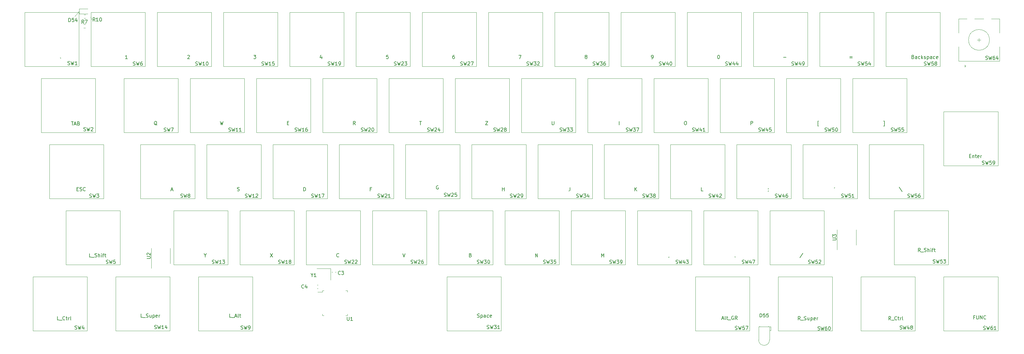
<source format=gbr>
%TF.GenerationSoftware,KiCad,Pcbnew,5.1.10*%
%TF.CreationDate,2021-07-28T13:13:53+02:00*%
%TF.ProjectId,msp430_Keyboard,6d737034-3330-45f4-9b65-79626f617264,rev?*%
%TF.SameCoordinates,Original*%
%TF.FileFunction,Legend,Top*%
%TF.FilePolarity,Positive*%
%FSLAX46Y46*%
G04 Gerber Fmt 4.6, Leading zero omitted, Abs format (unit mm)*
G04 Created by KiCad (PCBNEW 5.1.10) date 2021-07-28 13:13:53*
%MOMM*%
%LPD*%
G01*
G04 APERTURE LIST*
%ADD10C,0.120000*%
%ADD11C,0.150000*%
G04 APERTURE END LIST*
D10*
X11557000Y5715000D02*
X11176000Y6477000D01*
X6604000Y6604000D02*
X7874000Y8128000D01*
%TO.C,R7*%
X9652724Y4332500D02*
X9143276Y4332500D01*
X9652724Y3287500D02*
X9143276Y3287500D01*
%TO.C,C4*%
X76600267Y-70737000D02*
X76307733Y-70737000D01*
X76600267Y-71757000D02*
X76307733Y-71757000D01*
%TO.C,C3*%
X81663000Y-67202267D02*
X81663000Y-66909733D01*
X80643000Y-67202267D02*
X80643000Y-66909733D01*
%TO.C,D55*%
X206121000Y-82614000D02*
X206121000Y-82614000D01*
X206121000Y-82744000D02*
X206121000Y-82614000D01*
X206121000Y-82744000D02*
X206121000Y-82744000D01*
X206121000Y-82614000D02*
X206121000Y-82744000D01*
X203581000Y-82614000D02*
X203581000Y-82614000D01*
X203581000Y-82744000D02*
X203581000Y-82614000D01*
X203581000Y-82744000D02*
X203581000Y-82744000D01*
X203581000Y-82614000D02*
X203581000Y-82744000D01*
X206411000Y-82744000D02*
X206811000Y-82744000D01*
X206411000Y-83864000D02*
X206411000Y-82744000D01*
X206811000Y-83864000D02*
X206411000Y-83864000D01*
X206811000Y-82744000D02*
X206811000Y-83864000D01*
X203291000Y-82744000D02*
X206411000Y-82744000D01*
X206411000Y-82744000D02*
X206411000Y-86604000D01*
X203291000Y-82744000D02*
X203291000Y-86604000D01*
X206411000Y-86604000D02*
G75*
G02*
X203291000Y-86604000I-1560000J0D01*
G01*
%TO.C,R10*%
X9779724Y6081500D02*
X9270276Y6081500D01*
X9779724Y7126500D02*
X9270276Y7126500D01*
%TO.C,D54*%
X10325000Y8863000D02*
X7865000Y8863000D01*
X7865000Y8863000D02*
X7865000Y7393000D01*
X7865000Y7393000D02*
X10325000Y7393000D01*
%TO.C,Y1*%
X80232000Y-69341000D02*
X80232000Y-66041000D01*
X80232000Y-66041000D02*
X76232000Y-66041000D01*
%TO.C,SW64*%
X266660000Y-620000D02*
X266660000Y380000D01*
X266160000Y-120000D02*
X267160000Y-120000D01*
X270160000Y5980000D02*
X272560000Y5980000D01*
X265360000Y5980000D02*
X267960000Y5980000D01*
X260760000Y5980000D02*
X263160000Y5980000D01*
X262560000Y-7320000D02*
X262860000Y-7620000D01*
X262560000Y-7920000D02*
X262560000Y-7320000D01*
X262860000Y-7620000D02*
X262560000Y-7920000D01*
X260760000Y-6220000D02*
X272560000Y-6220000D01*
X260760000Y-2120000D02*
X260760000Y-6220000D01*
X272560000Y-2120000D02*
X272560000Y-6220000D01*
X272560000Y5980000D02*
X272560000Y1880000D01*
X260760000Y1880000D02*
X260760000Y5980000D01*
X269660000Y-120000D02*
G75*
G03*
X269660000Y-120000I-3000000J0D01*
G01*
%TO.C,U3*%
X225865000Y-57023000D02*
X225865000Y-60623000D01*
X225865000Y-57023000D02*
X225865000Y-54823000D01*
X231335000Y-57023000D02*
X231335000Y-59223000D01*
X231335000Y-57023000D02*
X231335000Y-54823000D01*
%TO.C,U2*%
X28634000Y-62357000D02*
X28634000Y-65957000D01*
X28634000Y-62357000D02*
X28634000Y-60157000D01*
X34104000Y-62357000D02*
X34104000Y-64557000D01*
X34104000Y-62357000D02*
X34104000Y-60157000D01*
%TO.C,SW61*%
X256518750Y-84000000D02*
X256518750Y-68400000D01*
X272118750Y-84000000D02*
X256518750Y-84000000D01*
X272118750Y-68400000D02*
X272118750Y-84000000D01*
X256518750Y-68400000D02*
X272118750Y-68400000D01*
%TO.C,SW60*%
X208893750Y-84000000D02*
X208893750Y-68400000D01*
X224493750Y-84000000D02*
X208893750Y-84000000D01*
X224493750Y-68400000D02*
X224493750Y-84000000D01*
X208893750Y-68400000D02*
X224493750Y-68400000D01*
%TO.C,SW57*%
X185081250Y-84000000D02*
X185081250Y-68400000D01*
X200681250Y-84000000D02*
X185081250Y-84000000D01*
X200681250Y-68400000D02*
X200681250Y-84000000D01*
X185081250Y-68400000D02*
X200681250Y-68400000D01*
%TO.C,SW53*%
X242231250Y-64950000D02*
X242231250Y-49350000D01*
X257831250Y-64950000D02*
X242231250Y-64950000D01*
X257831250Y-49350000D02*
X257831250Y-64950000D01*
X242231250Y-49350000D02*
X257831250Y-49350000D01*
%TO.C,SW48*%
X232706250Y-84000000D02*
X232706250Y-68400000D01*
X248306250Y-84000000D02*
X232706250Y-84000000D01*
X248306250Y-68400000D02*
X248306250Y-84000000D01*
X232706250Y-68400000D02*
X248306250Y-68400000D01*
%TO.C,SW14*%
X18393750Y-84000000D02*
X18393750Y-68400000D01*
X33993750Y-84000000D02*
X18393750Y-84000000D01*
X33993750Y-68400000D02*
X33993750Y-84000000D01*
X18393750Y-68400000D02*
X33993750Y-68400000D01*
%TO.C,SW9*%
X42206250Y-84000000D02*
X42206250Y-68400000D01*
X57806250Y-84000000D02*
X42206250Y-84000000D01*
X57806250Y-68400000D02*
X57806250Y-84000000D01*
X42206250Y-68400000D02*
X57806250Y-68400000D01*
%TO.C,SW5*%
X19706250Y-49350000D02*
X19706250Y-64950000D01*
X4106250Y-49350000D02*
X19706250Y-49350000D01*
X4106250Y-64950000D02*
X4106250Y-49350000D01*
X19706250Y-64950000D02*
X4106250Y-64950000D01*
%TO.C,SW4*%
X-5418750Y-84000000D02*
X-5418750Y-68400000D01*
X10181250Y-84000000D02*
X-5418750Y-84000000D01*
X10181250Y-68400000D02*
X10181250Y-84000000D01*
X-5418750Y-68400000D02*
X10181250Y-68400000D01*
%TO.C,U1*%
X77797000Y-72786000D02*
X76507000Y-72786000D01*
X77797000Y-72336000D02*
X77797000Y-72786000D01*
X78247000Y-72336000D02*
X77797000Y-72336000D01*
X85017000Y-72336000D02*
X85017000Y-72786000D01*
X84567000Y-72336000D02*
X85017000Y-72336000D01*
X77797000Y-79556000D02*
X77797000Y-79106000D01*
X78247000Y-79556000D02*
X77797000Y-79556000D01*
X85017000Y-79556000D02*
X85017000Y-79106000D01*
X84567000Y-79556000D02*
X85017000Y-79556000D01*
%TO.C,SW59*%
X272118750Y-20775000D02*
X272118750Y-36375000D01*
X256518750Y-20775000D02*
X272118750Y-20775000D01*
X256518750Y-36375000D02*
X256518750Y-20775000D01*
X272118750Y-36375000D02*
X256518750Y-36375000D01*
%TO.C,SW58*%
X255450000Y7800000D02*
X255450000Y-7800000D01*
X239850000Y7800000D02*
X255450000Y7800000D01*
X239850000Y-7800000D02*
X239850000Y7800000D01*
X255450000Y-7800000D02*
X239850000Y-7800000D01*
%TO.C,SW56*%
X250687500Y-30300000D02*
X250687500Y-45900000D01*
X235087500Y-30300000D02*
X250687500Y-30300000D01*
X235087500Y-45900000D02*
X235087500Y-30300000D01*
X250687500Y-45900000D02*
X235087500Y-45900000D01*
%TO.C,SW55*%
X245925000Y-11250000D02*
X245925000Y-26850000D01*
X230325000Y-11250000D02*
X245925000Y-11250000D01*
X230325000Y-26850000D02*
X230325000Y-11250000D01*
X245925000Y-26850000D02*
X230325000Y-26850000D01*
%TO.C,SW54*%
X236400000Y7800000D02*
X236400000Y-7800000D01*
X220800000Y7800000D02*
X236400000Y7800000D01*
X220800000Y-7800000D02*
X220800000Y7800000D01*
X236400000Y-7800000D02*
X220800000Y-7800000D01*
%TO.C,SW52*%
X222112500Y-49350000D02*
X222112500Y-64950000D01*
X206512500Y-49350000D02*
X222112500Y-49350000D01*
X206512500Y-64950000D02*
X206512500Y-49350000D01*
X222112500Y-64950000D02*
X206512500Y-64950000D01*
%TO.C,SW51*%
X231637500Y-30300000D02*
X231637500Y-45900000D01*
X216037500Y-30300000D02*
X231637500Y-30300000D01*
X216037500Y-45900000D02*
X216037500Y-30300000D01*
X231637500Y-45900000D02*
X216037500Y-45900000D01*
%TO.C,SW50*%
X226875000Y-11250000D02*
X226875000Y-26850000D01*
X211275000Y-11250000D02*
X226875000Y-11250000D01*
X211275000Y-26850000D02*
X211275000Y-11250000D01*
X226875000Y-26850000D02*
X211275000Y-26850000D01*
%TO.C,SW49*%
X217350000Y7800000D02*
X217350000Y-7800000D01*
X201750000Y7800000D02*
X217350000Y7800000D01*
X201750000Y-7800000D02*
X201750000Y7800000D01*
X217350000Y-7800000D02*
X201750000Y-7800000D01*
%TO.C,SW47*%
X203062500Y-49350000D02*
X203062500Y-64950000D01*
X187462500Y-49350000D02*
X203062500Y-49350000D01*
X187462500Y-64950000D02*
X187462500Y-49350000D01*
X203062500Y-64950000D02*
X187462500Y-64950000D01*
%TO.C,SW46*%
X212587500Y-30300000D02*
X212587500Y-45900000D01*
X196987500Y-30300000D02*
X212587500Y-30300000D01*
X196987500Y-45900000D02*
X196987500Y-30300000D01*
X212587500Y-45900000D02*
X196987500Y-45900000D01*
%TO.C,SW45*%
X207825000Y-11250000D02*
X207825000Y-26850000D01*
X192225000Y-11250000D02*
X207825000Y-11250000D01*
X192225000Y-26850000D02*
X192225000Y-11250000D01*
X207825000Y-26850000D02*
X192225000Y-26850000D01*
%TO.C,SW44*%
X198300000Y7800000D02*
X198300000Y-7800000D01*
X182700000Y7800000D02*
X198300000Y7800000D01*
X182700000Y-7800000D02*
X182700000Y7800000D01*
X198300000Y-7800000D02*
X182700000Y-7800000D01*
%TO.C,SW43*%
X184012500Y-49350000D02*
X184012500Y-64950000D01*
X168412500Y-49350000D02*
X184012500Y-49350000D01*
X168412500Y-64950000D02*
X168412500Y-49350000D01*
X184012500Y-64950000D02*
X168412500Y-64950000D01*
%TO.C,SW42*%
X193537500Y-30300000D02*
X193537500Y-45900000D01*
X177937500Y-30300000D02*
X193537500Y-30300000D01*
X177937500Y-45900000D02*
X177937500Y-30300000D01*
X193537500Y-45900000D02*
X177937500Y-45900000D01*
%TO.C,SW41*%
X188775000Y-11250000D02*
X188775000Y-26850000D01*
X173175000Y-11250000D02*
X188775000Y-11250000D01*
X173175000Y-26850000D02*
X173175000Y-11250000D01*
X188775000Y-26850000D02*
X173175000Y-26850000D01*
%TO.C,SW40*%
X179250000Y7800000D02*
X179250000Y-7800000D01*
X163650000Y7800000D02*
X179250000Y7800000D01*
X163650000Y-7800000D02*
X163650000Y7800000D01*
X179250000Y-7800000D02*
X163650000Y-7800000D01*
%TO.C,SW39*%
X164962500Y-49350000D02*
X164962500Y-64950000D01*
X149362500Y-49350000D02*
X164962500Y-49350000D01*
X149362500Y-64950000D02*
X149362500Y-49350000D01*
X164962500Y-64950000D02*
X149362500Y-64950000D01*
%TO.C,SW38*%
X174487500Y-30300000D02*
X174487500Y-45900000D01*
X158887500Y-30300000D02*
X174487500Y-30300000D01*
X158887500Y-45900000D02*
X158887500Y-30300000D01*
X174487500Y-45900000D02*
X158887500Y-45900000D01*
%TO.C,SW37*%
X169725000Y-11250000D02*
X169725000Y-26850000D01*
X154125000Y-11250000D02*
X169725000Y-11250000D01*
X154125000Y-26850000D02*
X154125000Y-11250000D01*
X169725000Y-26850000D02*
X154125000Y-26850000D01*
%TO.C,SW36*%
X160200000Y7800000D02*
X160200000Y-7800000D01*
X144600000Y7800000D02*
X160200000Y7800000D01*
X144600000Y-7800000D02*
X144600000Y7800000D01*
X160200000Y-7800000D02*
X144600000Y-7800000D01*
%TO.C,SW35*%
X145912500Y-49350000D02*
X145912500Y-64950000D01*
X130312500Y-49350000D02*
X145912500Y-49350000D01*
X130312500Y-64950000D02*
X130312500Y-49350000D01*
X145912500Y-64950000D02*
X130312500Y-64950000D01*
%TO.C,SW34*%
X155437500Y-30300000D02*
X155437500Y-45900000D01*
X139837500Y-30300000D02*
X155437500Y-30300000D01*
X139837500Y-45900000D02*
X139837500Y-30300000D01*
X155437500Y-45900000D02*
X139837500Y-45900000D01*
%TO.C,SW33*%
X150675000Y-11250000D02*
X150675000Y-26850000D01*
X135075000Y-11250000D02*
X150675000Y-11250000D01*
X135075000Y-26850000D02*
X135075000Y-11250000D01*
X150675000Y-26850000D02*
X135075000Y-26850000D01*
%TO.C,SW32*%
X141150000Y7800000D02*
X141150000Y-7800000D01*
X125550000Y7800000D02*
X141150000Y7800000D01*
X125550000Y-7800000D02*
X125550000Y7800000D01*
X141150000Y-7800000D02*
X125550000Y-7800000D01*
%TO.C,SW31*%
X113643750Y-84000000D02*
X113643750Y-68400000D01*
X129243750Y-84000000D02*
X113643750Y-84000000D01*
X129243750Y-68400000D02*
X129243750Y-84000000D01*
X113643750Y-68400000D02*
X129243750Y-68400000D01*
%TO.C,SW30*%
X126862500Y-49350000D02*
X126862500Y-64950000D01*
X111262500Y-49350000D02*
X126862500Y-49350000D01*
X111262500Y-64950000D02*
X111262500Y-49350000D01*
X126862500Y-64950000D02*
X111262500Y-64950000D01*
%TO.C,SW29*%
X136387500Y-30300000D02*
X136387500Y-45900000D01*
X120787500Y-30300000D02*
X136387500Y-30300000D01*
X120787500Y-45900000D02*
X120787500Y-30300000D01*
X136387500Y-45900000D02*
X120787500Y-45900000D01*
%TO.C,SW28*%
X131625000Y-11250000D02*
X131625000Y-26850000D01*
X116025000Y-11250000D02*
X131625000Y-11250000D01*
X116025000Y-26850000D02*
X116025000Y-11250000D01*
X131625000Y-26850000D02*
X116025000Y-26850000D01*
%TO.C,SW27*%
X122100000Y7800000D02*
X122100000Y-7800000D01*
X106500000Y7800000D02*
X122100000Y7800000D01*
X106500000Y-7800000D02*
X106500000Y7800000D01*
X122100000Y-7800000D02*
X106500000Y-7800000D01*
%TO.C,SW26*%
X107812500Y-49350000D02*
X107812500Y-64950000D01*
X92212500Y-49350000D02*
X107812500Y-49350000D01*
X92212500Y-64950000D02*
X92212500Y-49350000D01*
X107812500Y-64950000D02*
X92212500Y-64950000D01*
%TO.C,SW25*%
X101737500Y-45900000D02*
X101737500Y-30300000D01*
X117337500Y-45900000D02*
X101737500Y-45900000D01*
X117337500Y-30300000D02*
X117337500Y-45900000D01*
X101737500Y-30300000D02*
X117337500Y-30300000D01*
%TO.C,SW24*%
X112575000Y-11250000D02*
X112575000Y-26850000D01*
X96975000Y-11250000D02*
X112575000Y-11250000D01*
X96975000Y-26850000D02*
X96975000Y-11250000D01*
X112575000Y-26850000D02*
X96975000Y-26850000D01*
%TO.C,SW23*%
X103050000Y7800000D02*
X103050000Y-7800000D01*
X87450000Y7800000D02*
X103050000Y7800000D01*
X87450000Y-7800000D02*
X87450000Y7800000D01*
X103050000Y-7800000D02*
X87450000Y-7800000D01*
%TO.C,SW22*%
X88762500Y-49350000D02*
X88762500Y-64950000D01*
X73162500Y-49350000D02*
X88762500Y-49350000D01*
X73162500Y-64950000D02*
X73162500Y-49350000D01*
X88762500Y-64950000D02*
X73162500Y-64950000D01*
%TO.C,SW21*%
X98287500Y-30300000D02*
X98287500Y-45900000D01*
X82687500Y-30300000D02*
X98287500Y-30300000D01*
X82687500Y-45900000D02*
X82687500Y-30300000D01*
X98287500Y-45900000D02*
X82687500Y-45900000D01*
%TO.C,SW20*%
X93525000Y-11250000D02*
X93525000Y-26850000D01*
X77925000Y-11250000D02*
X93525000Y-11250000D01*
X77925000Y-26850000D02*
X77925000Y-11250000D01*
X93525000Y-26850000D02*
X77925000Y-26850000D01*
%TO.C,SW19*%
X84000000Y7800000D02*
X84000000Y-7800000D01*
X68400000Y7800000D02*
X84000000Y7800000D01*
X68400000Y-7800000D02*
X68400000Y7800000D01*
X84000000Y-7800000D02*
X68400000Y-7800000D01*
%TO.C,SW18*%
X69712500Y-49350000D02*
X69712500Y-64950000D01*
X54112500Y-49350000D02*
X69712500Y-49350000D01*
X54112500Y-64950000D02*
X54112500Y-49350000D01*
X69712500Y-64950000D02*
X54112500Y-64950000D01*
%TO.C,SW17*%
X79237500Y-30300000D02*
X79237500Y-45900000D01*
X63637500Y-30300000D02*
X79237500Y-30300000D01*
X63637500Y-45900000D02*
X63637500Y-30300000D01*
X79237500Y-45900000D02*
X63637500Y-45900000D01*
%TO.C,SW16*%
X74475000Y-11250000D02*
X74475000Y-26850000D01*
X58875000Y-11250000D02*
X74475000Y-11250000D01*
X58875000Y-26850000D02*
X58875000Y-11250000D01*
X74475000Y-26850000D02*
X58875000Y-26850000D01*
%TO.C,SW15*%
X64950000Y7800000D02*
X64950000Y-7800000D01*
X49350000Y7800000D02*
X64950000Y7800000D01*
X49350000Y-7800000D02*
X49350000Y7800000D01*
X64950000Y-7800000D02*
X49350000Y-7800000D01*
%TO.C,SW13*%
X50662500Y-49350000D02*
X50662500Y-64950000D01*
X35062500Y-49350000D02*
X50662500Y-49350000D01*
X35062500Y-64950000D02*
X35062500Y-49350000D01*
X50662500Y-64950000D02*
X35062500Y-64950000D01*
%TO.C,SW12*%
X60187500Y-30300000D02*
X60187500Y-45900000D01*
X44587500Y-30300000D02*
X60187500Y-30300000D01*
X44587500Y-45900000D02*
X44587500Y-30300000D01*
X60187500Y-45900000D02*
X44587500Y-45900000D01*
%TO.C,SW11*%
X55425000Y-11250000D02*
X55425000Y-26850000D01*
X39825000Y-11250000D02*
X55425000Y-11250000D01*
X39825000Y-26850000D02*
X39825000Y-11250000D01*
X55425000Y-26850000D02*
X39825000Y-26850000D01*
%TO.C,SW10*%
X45900000Y7800000D02*
X45900000Y-7800000D01*
X30300000Y7800000D02*
X45900000Y7800000D01*
X30300000Y-7800000D02*
X30300000Y7800000D01*
X45900000Y-7800000D02*
X30300000Y-7800000D01*
%TO.C,SW8*%
X41137500Y-30300000D02*
X41137500Y-45900000D01*
X25537500Y-30300000D02*
X41137500Y-30300000D01*
X25537500Y-45900000D02*
X25537500Y-30300000D01*
X41137500Y-45900000D02*
X25537500Y-45900000D01*
%TO.C,SW7*%
X36375000Y-11250000D02*
X36375000Y-26850000D01*
X20775000Y-11250000D02*
X36375000Y-11250000D01*
X20775000Y-26850000D02*
X20775000Y-11250000D01*
X36375000Y-26850000D02*
X20775000Y-26850000D01*
%TO.C,SW6*%
X11250000Y7800000D02*
X26850000Y7800000D01*
X11250000Y-7800000D02*
X11250000Y7800000D01*
X26850000Y-7800000D02*
X11250000Y-7800000D01*
X26850000Y7800000D02*
X26850000Y-7800000D01*
%TO.C,SW3*%
X14943750Y-30300000D02*
X14943750Y-45900000D01*
X-656250Y-30300000D02*
X14943750Y-30300000D01*
X-656250Y-45900000D02*
X-656250Y-30300000D01*
X14943750Y-45900000D02*
X-656250Y-45900000D01*
%TO.C,SW2*%
X-3037500Y-26850000D02*
X-3037500Y-11250000D01*
X12562500Y-26850000D02*
X-3037500Y-26850000D01*
X12562500Y-11250000D02*
X12562500Y-26850000D01*
X-3037500Y-11250000D02*
X12562500Y-11250000D01*
%TO.C,SW1*%
X7800000Y-7800000D02*
X-7800000Y-7800000D01*
X7800000Y7800000D02*
X7800000Y-7800000D01*
X-7800000Y7800000D02*
X7800000Y7800000D01*
X-7800000Y-7800000D02*
X-7800000Y7800000D01*
%TO.C,R7*%
D11*
X9231333Y4627619D02*
X8898000Y5103809D01*
X8659904Y4627619D02*
X8659904Y5627619D01*
X9040857Y5627619D01*
X9136095Y5580000D01*
X9183714Y5532380D01*
X9231333Y5437142D01*
X9231333Y5294285D01*
X9183714Y5199047D01*
X9136095Y5151428D01*
X9040857Y5103809D01*
X8659904Y5103809D01*
X9564666Y5627619D02*
X10231333Y5627619D01*
X9802761Y4627619D01*
%TO.C,C4*%
X72477333Y-71604142D02*
X72429714Y-71651761D01*
X72286857Y-71699380D01*
X72191619Y-71699380D01*
X72048761Y-71651761D01*
X71953523Y-71556523D01*
X71905904Y-71461285D01*
X71858285Y-71270809D01*
X71858285Y-71127952D01*
X71905904Y-70937476D01*
X71953523Y-70842238D01*
X72048761Y-70747000D01*
X72191619Y-70699380D01*
X72286857Y-70699380D01*
X72429714Y-70747000D01*
X72477333Y-70794619D01*
X73334476Y-71032714D02*
X73334476Y-71699380D01*
X73096380Y-70651761D02*
X72858285Y-71366047D01*
X73477333Y-71366047D01*
%TO.C,C3*%
X83018333Y-67667142D02*
X82970714Y-67714761D01*
X82827857Y-67762380D01*
X82732619Y-67762380D01*
X82589761Y-67714761D01*
X82494523Y-67619523D01*
X82446904Y-67524285D01*
X82399285Y-67333809D01*
X82399285Y-67190952D01*
X82446904Y-67000476D01*
X82494523Y-66905238D01*
X82589761Y-66810000D01*
X82732619Y-66762380D01*
X82827857Y-66762380D01*
X82970714Y-66810000D01*
X83018333Y-66857619D01*
X83351666Y-66762380D02*
X83970714Y-66762380D01*
X83637380Y-67143333D01*
X83780238Y-67143333D01*
X83875476Y-67190952D01*
X83923095Y-67238571D01*
X83970714Y-67333809D01*
X83970714Y-67571904D01*
X83923095Y-67667142D01*
X83875476Y-67714761D01*
X83780238Y-67762380D01*
X83494523Y-67762380D01*
X83399285Y-67714761D01*
X83351666Y-67667142D01*
%TO.C,D55*%
X203636714Y-80026380D02*
X203636714Y-79026380D01*
X203874809Y-79026380D01*
X204017666Y-79074000D01*
X204112904Y-79169238D01*
X204160523Y-79264476D01*
X204208142Y-79454952D01*
X204208142Y-79597809D01*
X204160523Y-79788285D01*
X204112904Y-79883523D01*
X204017666Y-79978761D01*
X203874809Y-80026380D01*
X203636714Y-80026380D01*
X205112904Y-79026380D02*
X204636714Y-79026380D01*
X204589095Y-79502571D01*
X204636714Y-79454952D01*
X204731952Y-79407333D01*
X204970047Y-79407333D01*
X205065285Y-79454952D01*
X205112904Y-79502571D01*
X205160523Y-79597809D01*
X205160523Y-79835904D01*
X205112904Y-79931142D01*
X205065285Y-79978761D01*
X204970047Y-80026380D01*
X204731952Y-80026380D01*
X204636714Y-79978761D01*
X204589095Y-79931142D01*
X206065285Y-79026380D02*
X205589095Y-79026380D01*
X205541476Y-79502571D01*
X205589095Y-79454952D01*
X205684333Y-79407333D01*
X205922428Y-79407333D01*
X206017666Y-79454952D01*
X206065285Y-79502571D01*
X206112904Y-79597809D01*
X206112904Y-79835904D01*
X206065285Y-79931142D01*
X206017666Y-79978761D01*
X205922428Y-80026380D01*
X205684333Y-80026380D01*
X205589095Y-79978761D01*
X205541476Y-79931142D01*
%TO.C,R10*%
X12438142Y5262619D02*
X12104809Y5738809D01*
X11866714Y5262619D02*
X11866714Y6262619D01*
X12247666Y6262619D01*
X12342904Y6215000D01*
X12390523Y6167380D01*
X12438142Y6072142D01*
X12438142Y5929285D01*
X12390523Y5834047D01*
X12342904Y5786428D01*
X12247666Y5738809D01*
X11866714Y5738809D01*
X13390523Y5262619D02*
X12819095Y5262619D01*
X13104809Y5262619D02*
X13104809Y6262619D01*
X13009571Y6119761D01*
X12914333Y6024523D01*
X12819095Y5976904D01*
X14009571Y6262619D02*
X14104809Y6262619D01*
X14200047Y6215000D01*
X14247666Y6167380D01*
X14295285Y6072142D01*
X14342904Y5881666D01*
X14342904Y5643571D01*
X14295285Y5453095D01*
X14247666Y5357857D01*
X14200047Y5310238D01*
X14104809Y5262619D01*
X14009571Y5262619D01*
X13914333Y5310238D01*
X13866714Y5357857D01*
X13819095Y5453095D01*
X13771476Y5643571D01*
X13771476Y5881666D01*
X13819095Y6072142D01*
X13866714Y6167380D01*
X13914333Y6215000D01*
X14009571Y6262619D01*
%TO.C,D54*%
X4881714Y5135619D02*
X4881714Y6135619D01*
X5119809Y6135619D01*
X5262666Y6088000D01*
X5357904Y5992761D01*
X5405523Y5897523D01*
X5453142Y5707047D01*
X5453142Y5564190D01*
X5405523Y5373714D01*
X5357904Y5278476D01*
X5262666Y5183238D01*
X5119809Y5135619D01*
X4881714Y5135619D01*
X6357904Y6135619D02*
X5881714Y6135619D01*
X5834095Y5659428D01*
X5881714Y5707047D01*
X5976952Y5754666D01*
X6215047Y5754666D01*
X6310285Y5707047D01*
X6357904Y5659428D01*
X6405523Y5564190D01*
X6405523Y5326095D01*
X6357904Y5230857D01*
X6310285Y5183238D01*
X6215047Y5135619D01*
X5976952Y5135619D01*
X5881714Y5183238D01*
X5834095Y5230857D01*
X7262666Y5802285D02*
X7262666Y5135619D01*
X7024571Y6183238D02*
X6786476Y5468952D01*
X7405523Y5468952D01*
%TO.C,Y1*%
X74834809Y-67921190D02*
X74834809Y-68397380D01*
X74501476Y-67397380D02*
X74834809Y-67921190D01*
X75168142Y-67397380D01*
X76025285Y-68397380D02*
X75453857Y-68397380D01*
X75739571Y-68397380D02*
X75739571Y-67397380D01*
X75644333Y-67540238D01*
X75549095Y-67635476D01*
X75453857Y-67683095D01*
%TO.C,SW64*%
X268573476Y-5738761D02*
X268716333Y-5786380D01*
X268954428Y-5786380D01*
X269049666Y-5738761D01*
X269097285Y-5691142D01*
X269144904Y-5595904D01*
X269144904Y-5500666D01*
X269097285Y-5405428D01*
X269049666Y-5357809D01*
X268954428Y-5310190D01*
X268763952Y-5262571D01*
X268668714Y-5214952D01*
X268621095Y-5167333D01*
X268573476Y-5072095D01*
X268573476Y-4976857D01*
X268621095Y-4881619D01*
X268668714Y-4834000D01*
X268763952Y-4786380D01*
X269002047Y-4786380D01*
X269144904Y-4834000D01*
X269478238Y-4786380D02*
X269716333Y-5786380D01*
X269906809Y-5072095D01*
X270097285Y-5786380D01*
X270335380Y-4786380D01*
X271144904Y-4786380D02*
X270954428Y-4786380D01*
X270859190Y-4834000D01*
X270811571Y-4881619D01*
X270716333Y-5024476D01*
X270668714Y-5214952D01*
X270668714Y-5595904D01*
X270716333Y-5691142D01*
X270763952Y-5738761D01*
X270859190Y-5786380D01*
X271049666Y-5786380D01*
X271144904Y-5738761D01*
X271192523Y-5691142D01*
X271240142Y-5595904D01*
X271240142Y-5357809D01*
X271192523Y-5262571D01*
X271144904Y-5214952D01*
X271049666Y-5167333D01*
X270859190Y-5167333D01*
X270763952Y-5214952D01*
X270716333Y-5262571D01*
X270668714Y-5357809D01*
X272097285Y-5119714D02*
X272097285Y-5786380D01*
X271859190Y-4738761D02*
X271621095Y-5453047D01*
X272240142Y-5453047D01*
%TO.C,U3*%
X224602380Y-57784904D02*
X225411904Y-57784904D01*
X225507142Y-57737285D01*
X225554761Y-57689666D01*
X225602380Y-57594428D01*
X225602380Y-57403952D01*
X225554761Y-57308714D01*
X225507142Y-57261095D01*
X225411904Y-57213476D01*
X224602380Y-57213476D01*
X224602380Y-56832523D02*
X224602380Y-56213476D01*
X224983333Y-56546809D01*
X224983333Y-56403952D01*
X225030952Y-56308714D01*
X225078571Y-56261095D01*
X225173809Y-56213476D01*
X225411904Y-56213476D01*
X225507142Y-56261095D01*
X225554761Y-56308714D01*
X225602380Y-56403952D01*
X225602380Y-56689666D01*
X225554761Y-56784904D01*
X225507142Y-56832523D01*
%TO.C,U2*%
X27371380Y-63118904D02*
X28180904Y-63118904D01*
X28276142Y-63071285D01*
X28323761Y-63023666D01*
X28371380Y-62928428D01*
X28371380Y-62737952D01*
X28323761Y-62642714D01*
X28276142Y-62595095D01*
X28180904Y-62547476D01*
X27371380Y-62547476D01*
X27466619Y-62118904D02*
X27419000Y-62071285D01*
X27371380Y-61976047D01*
X27371380Y-61737952D01*
X27419000Y-61642714D01*
X27466619Y-61595095D01*
X27561857Y-61547476D01*
X27657095Y-61547476D01*
X27799952Y-61595095D01*
X28371380Y-62166523D01*
X28371380Y-61547476D01*
%TO.C,SW61*%
X267938476Y-83589761D02*
X268081333Y-83637380D01*
X268319428Y-83637380D01*
X268414666Y-83589761D01*
X268462285Y-83542142D01*
X268509904Y-83446904D01*
X268509904Y-83351666D01*
X268462285Y-83256428D01*
X268414666Y-83208809D01*
X268319428Y-83161190D01*
X268128952Y-83113571D01*
X268033714Y-83065952D01*
X267986095Y-83018333D01*
X267938476Y-82923095D01*
X267938476Y-82827857D01*
X267986095Y-82732619D01*
X268033714Y-82685000D01*
X268128952Y-82637380D01*
X268367047Y-82637380D01*
X268509904Y-82685000D01*
X268843238Y-82637380D02*
X269081333Y-83637380D01*
X269271809Y-82923095D01*
X269462285Y-83637380D01*
X269700380Y-82637380D01*
X270509904Y-82637380D02*
X270319428Y-82637380D01*
X270224190Y-82685000D01*
X270176571Y-82732619D01*
X270081333Y-82875476D01*
X270033714Y-83065952D01*
X270033714Y-83446904D01*
X270081333Y-83542142D01*
X270128952Y-83589761D01*
X270224190Y-83637380D01*
X270414666Y-83637380D01*
X270509904Y-83589761D01*
X270557523Y-83542142D01*
X270605142Y-83446904D01*
X270605142Y-83208809D01*
X270557523Y-83113571D01*
X270509904Y-83065952D01*
X270414666Y-83018333D01*
X270224190Y-83018333D01*
X270128952Y-83065952D01*
X270081333Y-83113571D01*
X270033714Y-83208809D01*
X271557523Y-83637380D02*
X270986095Y-83637380D01*
X271271809Y-83637380D02*
X271271809Y-82637380D01*
X271176571Y-82780238D01*
X271081333Y-82875476D01*
X270986095Y-82923095D01*
X265422238Y-80065571D02*
X265088904Y-80065571D01*
X265088904Y-80589380D02*
X265088904Y-79589380D01*
X265565095Y-79589380D01*
X265946047Y-79589380D02*
X265946047Y-80398904D01*
X265993666Y-80494142D01*
X266041285Y-80541761D01*
X266136523Y-80589380D01*
X266327000Y-80589380D01*
X266422238Y-80541761D01*
X266469857Y-80494142D01*
X266517476Y-80398904D01*
X266517476Y-79589380D01*
X266993666Y-80589380D02*
X266993666Y-79589380D01*
X267565095Y-80589380D01*
X267565095Y-79589380D01*
X268612714Y-80494142D02*
X268565095Y-80541761D01*
X268422238Y-80589380D01*
X268327000Y-80589380D01*
X268184142Y-80541761D01*
X268088904Y-80446523D01*
X268041285Y-80351285D01*
X267993666Y-80160809D01*
X267993666Y-80017952D01*
X268041285Y-79827476D01*
X268088904Y-79732238D01*
X268184142Y-79637000D01*
X268327000Y-79589380D01*
X268422238Y-79589380D01*
X268565095Y-79637000D01*
X268612714Y-79684619D01*
%TO.C,SW60*%
X220313476Y-83716761D02*
X220456333Y-83764380D01*
X220694428Y-83764380D01*
X220789666Y-83716761D01*
X220837285Y-83669142D01*
X220884904Y-83573904D01*
X220884904Y-83478666D01*
X220837285Y-83383428D01*
X220789666Y-83335809D01*
X220694428Y-83288190D01*
X220503952Y-83240571D01*
X220408714Y-83192952D01*
X220361095Y-83145333D01*
X220313476Y-83050095D01*
X220313476Y-82954857D01*
X220361095Y-82859619D01*
X220408714Y-82812000D01*
X220503952Y-82764380D01*
X220742047Y-82764380D01*
X220884904Y-82812000D01*
X221218238Y-82764380D02*
X221456333Y-83764380D01*
X221646809Y-83050095D01*
X221837285Y-83764380D01*
X222075380Y-82764380D01*
X222884904Y-82764380D02*
X222694428Y-82764380D01*
X222599190Y-82812000D01*
X222551571Y-82859619D01*
X222456333Y-83002476D01*
X222408714Y-83192952D01*
X222408714Y-83573904D01*
X222456333Y-83669142D01*
X222503952Y-83716761D01*
X222599190Y-83764380D01*
X222789666Y-83764380D01*
X222884904Y-83716761D01*
X222932523Y-83669142D01*
X222980142Y-83573904D01*
X222980142Y-83335809D01*
X222932523Y-83240571D01*
X222884904Y-83192952D01*
X222789666Y-83145333D01*
X222599190Y-83145333D01*
X222503952Y-83192952D01*
X222456333Y-83240571D01*
X222408714Y-83335809D01*
X223599190Y-82764380D02*
X223694428Y-82764380D01*
X223789666Y-82812000D01*
X223837285Y-82859619D01*
X223884904Y-82954857D01*
X223932523Y-83145333D01*
X223932523Y-83383428D01*
X223884904Y-83573904D01*
X223837285Y-83669142D01*
X223789666Y-83716761D01*
X223694428Y-83764380D01*
X223599190Y-83764380D01*
X223503952Y-83716761D01*
X223456333Y-83669142D01*
X223408714Y-83573904D01*
X223361095Y-83383428D01*
X223361095Y-83145333D01*
X223408714Y-82954857D01*
X223456333Y-82859619D01*
X223503952Y-82812000D01*
X223599190Y-82764380D01*
X215233523Y-80843380D02*
X214900190Y-80367190D01*
X214662095Y-80843380D02*
X214662095Y-79843380D01*
X215043047Y-79843380D01*
X215138285Y-79891000D01*
X215185904Y-79938619D01*
X215233523Y-80033857D01*
X215233523Y-80176714D01*
X215185904Y-80271952D01*
X215138285Y-80319571D01*
X215043047Y-80367190D01*
X214662095Y-80367190D01*
X215424000Y-80938619D02*
X216185904Y-80938619D01*
X216376380Y-80795761D02*
X216519238Y-80843380D01*
X216757333Y-80843380D01*
X216852571Y-80795761D01*
X216900190Y-80748142D01*
X216947809Y-80652904D01*
X216947809Y-80557666D01*
X216900190Y-80462428D01*
X216852571Y-80414809D01*
X216757333Y-80367190D01*
X216566857Y-80319571D01*
X216471619Y-80271952D01*
X216424000Y-80224333D01*
X216376380Y-80129095D01*
X216376380Y-80033857D01*
X216424000Y-79938619D01*
X216471619Y-79891000D01*
X216566857Y-79843380D01*
X216804952Y-79843380D01*
X216947809Y-79891000D01*
X217804952Y-80176714D02*
X217804952Y-80843380D01*
X217376380Y-80176714D02*
X217376380Y-80700523D01*
X217424000Y-80795761D01*
X217519238Y-80843380D01*
X217662095Y-80843380D01*
X217757333Y-80795761D01*
X217804952Y-80748142D01*
X218281142Y-80176714D02*
X218281142Y-81176714D01*
X218281142Y-80224333D02*
X218376380Y-80176714D01*
X218566857Y-80176714D01*
X218662095Y-80224333D01*
X218709714Y-80271952D01*
X218757333Y-80367190D01*
X218757333Y-80652904D01*
X218709714Y-80748142D01*
X218662095Y-80795761D01*
X218566857Y-80843380D01*
X218376380Y-80843380D01*
X218281142Y-80795761D01*
X219566857Y-80795761D02*
X219471619Y-80843380D01*
X219281142Y-80843380D01*
X219185904Y-80795761D01*
X219138285Y-80700523D01*
X219138285Y-80319571D01*
X219185904Y-80224333D01*
X219281142Y-80176714D01*
X219471619Y-80176714D01*
X219566857Y-80224333D01*
X219614476Y-80319571D01*
X219614476Y-80414809D01*
X219138285Y-80510047D01*
X220043047Y-80843380D02*
X220043047Y-80176714D01*
X220043047Y-80367190D02*
X220090666Y-80271952D01*
X220138285Y-80224333D01*
X220233523Y-80176714D01*
X220328761Y-80176714D01*
%TO.C,SW57*%
X196564476Y-83589761D02*
X196707333Y-83637380D01*
X196945428Y-83637380D01*
X197040666Y-83589761D01*
X197088285Y-83542142D01*
X197135904Y-83446904D01*
X197135904Y-83351666D01*
X197088285Y-83256428D01*
X197040666Y-83208809D01*
X196945428Y-83161190D01*
X196754952Y-83113571D01*
X196659714Y-83065952D01*
X196612095Y-83018333D01*
X196564476Y-82923095D01*
X196564476Y-82827857D01*
X196612095Y-82732619D01*
X196659714Y-82685000D01*
X196754952Y-82637380D01*
X196993047Y-82637380D01*
X197135904Y-82685000D01*
X197469238Y-82637380D02*
X197707333Y-83637380D01*
X197897809Y-82923095D01*
X198088285Y-83637380D01*
X198326380Y-82637380D01*
X199183523Y-82637380D02*
X198707333Y-82637380D01*
X198659714Y-83113571D01*
X198707333Y-83065952D01*
X198802571Y-83018333D01*
X199040666Y-83018333D01*
X199135904Y-83065952D01*
X199183523Y-83113571D01*
X199231142Y-83208809D01*
X199231142Y-83446904D01*
X199183523Y-83542142D01*
X199135904Y-83589761D01*
X199040666Y-83637380D01*
X198802571Y-83637380D01*
X198707333Y-83589761D01*
X198659714Y-83542142D01*
X199564476Y-82637380D02*
X200231142Y-82637380D01*
X199802571Y-83637380D01*
X192778333Y-80430666D02*
X193254523Y-80430666D01*
X192683095Y-80716380D02*
X193016428Y-79716380D01*
X193349761Y-80716380D01*
X193825952Y-80716380D02*
X193730714Y-80668761D01*
X193683095Y-80573523D01*
X193683095Y-79716380D01*
X194064047Y-80049714D02*
X194445000Y-80049714D01*
X194206904Y-79716380D02*
X194206904Y-80573523D01*
X194254523Y-80668761D01*
X194349761Y-80716380D01*
X194445000Y-80716380D01*
X194540238Y-80811619D02*
X195302142Y-80811619D01*
X196064047Y-79764000D02*
X195968809Y-79716380D01*
X195825952Y-79716380D01*
X195683095Y-79764000D01*
X195587857Y-79859238D01*
X195540238Y-79954476D01*
X195492619Y-80144952D01*
X195492619Y-80287809D01*
X195540238Y-80478285D01*
X195587857Y-80573523D01*
X195683095Y-80668761D01*
X195825952Y-80716380D01*
X195921190Y-80716380D01*
X196064047Y-80668761D01*
X196111666Y-80621142D01*
X196111666Y-80287809D01*
X195921190Y-80287809D01*
X197111666Y-80716380D02*
X196778333Y-80240190D01*
X196540238Y-80716380D02*
X196540238Y-79716380D01*
X196921190Y-79716380D01*
X197016428Y-79764000D01*
X197064047Y-79811619D01*
X197111666Y-79906857D01*
X197111666Y-80049714D01*
X197064047Y-80144952D01*
X197016428Y-80192571D01*
X196921190Y-80240190D01*
X196540238Y-80240190D01*
%TO.C,SW53*%
X253460476Y-64412761D02*
X253603333Y-64460380D01*
X253841428Y-64460380D01*
X253936666Y-64412761D01*
X253984285Y-64365142D01*
X254031904Y-64269904D01*
X254031904Y-64174666D01*
X253984285Y-64079428D01*
X253936666Y-64031809D01*
X253841428Y-63984190D01*
X253650952Y-63936571D01*
X253555714Y-63888952D01*
X253508095Y-63841333D01*
X253460476Y-63746095D01*
X253460476Y-63650857D01*
X253508095Y-63555619D01*
X253555714Y-63508000D01*
X253650952Y-63460380D01*
X253889047Y-63460380D01*
X254031904Y-63508000D01*
X254365238Y-63460380D02*
X254603333Y-64460380D01*
X254793809Y-63746095D01*
X254984285Y-64460380D01*
X255222380Y-63460380D01*
X256079523Y-63460380D02*
X255603333Y-63460380D01*
X255555714Y-63936571D01*
X255603333Y-63888952D01*
X255698571Y-63841333D01*
X255936666Y-63841333D01*
X256031904Y-63888952D01*
X256079523Y-63936571D01*
X256127142Y-64031809D01*
X256127142Y-64269904D01*
X256079523Y-64365142D01*
X256031904Y-64412761D01*
X255936666Y-64460380D01*
X255698571Y-64460380D01*
X255603333Y-64412761D01*
X255555714Y-64365142D01*
X256460476Y-63460380D02*
X257079523Y-63460380D01*
X256746190Y-63841333D01*
X256889047Y-63841333D01*
X256984285Y-63888952D01*
X257031904Y-63936571D01*
X257079523Y-64031809D01*
X257079523Y-64269904D01*
X257031904Y-64365142D01*
X256984285Y-64412761D01*
X256889047Y-64460380D01*
X256603333Y-64460380D01*
X256508095Y-64412761D01*
X256460476Y-64365142D01*
X249777476Y-61158380D02*
X249444142Y-60682190D01*
X249206047Y-61158380D02*
X249206047Y-60158380D01*
X249587000Y-60158380D01*
X249682238Y-60206000D01*
X249729857Y-60253619D01*
X249777476Y-60348857D01*
X249777476Y-60491714D01*
X249729857Y-60586952D01*
X249682238Y-60634571D01*
X249587000Y-60682190D01*
X249206047Y-60682190D01*
X249967952Y-61253619D02*
X250729857Y-61253619D01*
X250920333Y-61110761D02*
X251063190Y-61158380D01*
X251301285Y-61158380D01*
X251396523Y-61110761D01*
X251444142Y-61063142D01*
X251491761Y-60967904D01*
X251491761Y-60872666D01*
X251444142Y-60777428D01*
X251396523Y-60729809D01*
X251301285Y-60682190D01*
X251110809Y-60634571D01*
X251015571Y-60586952D01*
X250967952Y-60539333D01*
X250920333Y-60444095D01*
X250920333Y-60348857D01*
X250967952Y-60253619D01*
X251015571Y-60206000D01*
X251110809Y-60158380D01*
X251348904Y-60158380D01*
X251491761Y-60206000D01*
X251920333Y-61158380D02*
X251920333Y-60158380D01*
X252348904Y-61158380D02*
X252348904Y-60634571D01*
X252301285Y-60539333D01*
X252206047Y-60491714D01*
X252063190Y-60491714D01*
X251967952Y-60539333D01*
X251920333Y-60586952D01*
X252825095Y-61158380D02*
X252825095Y-60491714D01*
X252825095Y-60158380D02*
X252777476Y-60206000D01*
X252825095Y-60253619D01*
X252872714Y-60206000D01*
X252825095Y-60158380D01*
X252825095Y-60253619D01*
X253158428Y-60491714D02*
X253539380Y-60491714D01*
X253301285Y-61158380D02*
X253301285Y-60301238D01*
X253348904Y-60206000D01*
X253444142Y-60158380D01*
X253539380Y-60158380D01*
X253729857Y-60491714D02*
X254110809Y-60491714D01*
X253872714Y-60158380D02*
X253872714Y-61015523D01*
X253920333Y-61110761D01*
X254015571Y-61158380D01*
X254110809Y-61158380D01*
%TO.C,SW48*%
X243935476Y-83462761D02*
X244078333Y-83510380D01*
X244316428Y-83510380D01*
X244411666Y-83462761D01*
X244459285Y-83415142D01*
X244506904Y-83319904D01*
X244506904Y-83224666D01*
X244459285Y-83129428D01*
X244411666Y-83081809D01*
X244316428Y-83034190D01*
X244125952Y-82986571D01*
X244030714Y-82938952D01*
X243983095Y-82891333D01*
X243935476Y-82796095D01*
X243935476Y-82700857D01*
X243983095Y-82605619D01*
X244030714Y-82558000D01*
X244125952Y-82510380D01*
X244364047Y-82510380D01*
X244506904Y-82558000D01*
X244840238Y-82510380D02*
X245078333Y-83510380D01*
X245268809Y-82796095D01*
X245459285Y-83510380D01*
X245697380Y-82510380D01*
X246506904Y-82843714D02*
X246506904Y-83510380D01*
X246268809Y-82462761D02*
X246030714Y-83177047D01*
X246649761Y-83177047D01*
X247173571Y-82938952D02*
X247078333Y-82891333D01*
X247030714Y-82843714D01*
X246983095Y-82748476D01*
X246983095Y-82700857D01*
X247030714Y-82605619D01*
X247078333Y-82558000D01*
X247173571Y-82510380D01*
X247364047Y-82510380D01*
X247459285Y-82558000D01*
X247506904Y-82605619D01*
X247554523Y-82700857D01*
X247554523Y-82748476D01*
X247506904Y-82843714D01*
X247459285Y-82891333D01*
X247364047Y-82938952D01*
X247173571Y-82938952D01*
X247078333Y-82986571D01*
X247030714Y-83034190D01*
X246983095Y-83129428D01*
X246983095Y-83319904D01*
X247030714Y-83415142D01*
X247078333Y-83462761D01*
X247173571Y-83510380D01*
X247364047Y-83510380D01*
X247459285Y-83462761D01*
X247506904Y-83415142D01*
X247554523Y-83319904D01*
X247554523Y-83129428D01*
X247506904Y-83034190D01*
X247459285Y-82986571D01*
X247364047Y-82938952D01*
X241268428Y-80843380D02*
X240935095Y-80367190D01*
X240697000Y-80843380D02*
X240697000Y-79843380D01*
X241077952Y-79843380D01*
X241173190Y-79891000D01*
X241220809Y-79938619D01*
X241268428Y-80033857D01*
X241268428Y-80176714D01*
X241220809Y-80271952D01*
X241173190Y-80319571D01*
X241077952Y-80367190D01*
X240697000Y-80367190D01*
X241458904Y-80938619D02*
X242220809Y-80938619D01*
X243030333Y-80748142D02*
X242982714Y-80795761D01*
X242839857Y-80843380D01*
X242744619Y-80843380D01*
X242601761Y-80795761D01*
X242506523Y-80700523D01*
X242458904Y-80605285D01*
X242411285Y-80414809D01*
X242411285Y-80271952D01*
X242458904Y-80081476D01*
X242506523Y-79986238D01*
X242601761Y-79891000D01*
X242744619Y-79843380D01*
X242839857Y-79843380D01*
X242982714Y-79891000D01*
X243030333Y-79938619D01*
X243316047Y-80176714D02*
X243697000Y-80176714D01*
X243458904Y-79843380D02*
X243458904Y-80700523D01*
X243506523Y-80795761D01*
X243601761Y-80843380D01*
X243697000Y-80843380D01*
X244030333Y-80843380D02*
X244030333Y-80176714D01*
X244030333Y-80367190D02*
X244077952Y-80271952D01*
X244125571Y-80224333D01*
X244220809Y-80176714D01*
X244316047Y-80176714D01*
X244792238Y-80843380D02*
X244697000Y-80795761D01*
X244649380Y-80700523D01*
X244649380Y-79843380D01*
%TO.C,SW14*%
X29559476Y-83335761D02*
X29702333Y-83383380D01*
X29940428Y-83383380D01*
X30035666Y-83335761D01*
X30083285Y-83288142D01*
X30130904Y-83192904D01*
X30130904Y-83097666D01*
X30083285Y-83002428D01*
X30035666Y-82954809D01*
X29940428Y-82907190D01*
X29749952Y-82859571D01*
X29654714Y-82811952D01*
X29607095Y-82764333D01*
X29559476Y-82669095D01*
X29559476Y-82573857D01*
X29607095Y-82478619D01*
X29654714Y-82431000D01*
X29749952Y-82383380D01*
X29988047Y-82383380D01*
X30130904Y-82431000D01*
X30464238Y-82383380D02*
X30702333Y-83383380D01*
X30892809Y-82669095D01*
X31083285Y-83383380D01*
X31321380Y-82383380D01*
X32226142Y-83383380D02*
X31654714Y-83383380D01*
X31940428Y-83383380D02*
X31940428Y-82383380D01*
X31845190Y-82526238D01*
X31749952Y-82621476D01*
X31654714Y-82669095D01*
X33083285Y-82716714D02*
X33083285Y-83383380D01*
X32845190Y-82335761D02*
X32607095Y-83050047D01*
X33226142Y-83050047D01*
X26130523Y-80081380D02*
X25654333Y-80081380D01*
X25654333Y-79081380D01*
X26225761Y-80176619D02*
X26987666Y-80176619D01*
X27178142Y-80033761D02*
X27321000Y-80081380D01*
X27559095Y-80081380D01*
X27654333Y-80033761D01*
X27701952Y-79986142D01*
X27749571Y-79890904D01*
X27749571Y-79795666D01*
X27701952Y-79700428D01*
X27654333Y-79652809D01*
X27559095Y-79605190D01*
X27368619Y-79557571D01*
X27273380Y-79509952D01*
X27225761Y-79462333D01*
X27178142Y-79367095D01*
X27178142Y-79271857D01*
X27225761Y-79176619D01*
X27273380Y-79129000D01*
X27368619Y-79081380D01*
X27606714Y-79081380D01*
X27749571Y-79129000D01*
X28606714Y-79414714D02*
X28606714Y-80081380D01*
X28178142Y-79414714D02*
X28178142Y-79938523D01*
X28225761Y-80033761D01*
X28321000Y-80081380D01*
X28463857Y-80081380D01*
X28559095Y-80033761D01*
X28606714Y-79986142D01*
X29082904Y-79414714D02*
X29082904Y-80414714D01*
X29082904Y-79462333D02*
X29178142Y-79414714D01*
X29368619Y-79414714D01*
X29463857Y-79462333D01*
X29511476Y-79509952D01*
X29559095Y-79605190D01*
X29559095Y-79890904D01*
X29511476Y-79986142D01*
X29463857Y-80033761D01*
X29368619Y-80081380D01*
X29178142Y-80081380D01*
X29082904Y-80033761D01*
X30368619Y-80033761D02*
X30273380Y-80081380D01*
X30082904Y-80081380D01*
X29987666Y-80033761D01*
X29940047Y-79938523D01*
X29940047Y-79557571D01*
X29987666Y-79462333D01*
X30082904Y-79414714D01*
X30273380Y-79414714D01*
X30368619Y-79462333D01*
X30416238Y-79557571D01*
X30416238Y-79652809D01*
X29940047Y-79748047D01*
X30844809Y-80081380D02*
X30844809Y-79414714D01*
X30844809Y-79605190D02*
X30892428Y-79509952D01*
X30940047Y-79462333D01*
X31035285Y-79414714D01*
X31130523Y-79414714D01*
%TO.C,SW9*%
X54419666Y-83462761D02*
X54562523Y-83510380D01*
X54800619Y-83510380D01*
X54895857Y-83462761D01*
X54943476Y-83415142D01*
X54991095Y-83319904D01*
X54991095Y-83224666D01*
X54943476Y-83129428D01*
X54895857Y-83081809D01*
X54800619Y-83034190D01*
X54610142Y-82986571D01*
X54514904Y-82938952D01*
X54467285Y-82891333D01*
X54419666Y-82796095D01*
X54419666Y-82700857D01*
X54467285Y-82605619D01*
X54514904Y-82558000D01*
X54610142Y-82510380D01*
X54848238Y-82510380D01*
X54991095Y-82558000D01*
X55324428Y-82510380D02*
X55562523Y-83510380D01*
X55753000Y-82796095D01*
X55943476Y-83510380D01*
X56181571Y-82510380D01*
X56610142Y-83510380D02*
X56800619Y-83510380D01*
X56895857Y-83462761D01*
X56943476Y-83415142D01*
X57038714Y-83272285D01*
X57086333Y-83081809D01*
X57086333Y-82700857D01*
X57038714Y-82605619D01*
X56991095Y-82558000D01*
X56895857Y-82510380D01*
X56705380Y-82510380D01*
X56610142Y-82558000D01*
X56562523Y-82605619D01*
X56514904Y-82700857D01*
X56514904Y-82938952D01*
X56562523Y-83034190D01*
X56610142Y-83081809D01*
X56705380Y-83129428D01*
X56895857Y-83129428D01*
X56991095Y-83081809D01*
X57038714Y-83034190D01*
X57086333Y-82938952D01*
X51657380Y-80081380D02*
X51181190Y-80081380D01*
X51181190Y-79081380D01*
X51752619Y-80176619D02*
X52514523Y-80176619D01*
X52705000Y-79795666D02*
X53181190Y-79795666D01*
X52609761Y-80081380D02*
X52943095Y-79081380D01*
X53276428Y-80081380D01*
X53752619Y-80081380D02*
X53657380Y-80033761D01*
X53609761Y-79938523D01*
X53609761Y-79081380D01*
X53990714Y-79414714D02*
X54371666Y-79414714D01*
X54133571Y-79081380D02*
X54133571Y-79938523D01*
X54181190Y-80033761D01*
X54276428Y-80081380D01*
X54371666Y-80081380D01*
%TO.C,SW5*%
X15652916Y-64539761D02*
X15795773Y-64587380D01*
X16033869Y-64587380D01*
X16129107Y-64539761D01*
X16176726Y-64492142D01*
X16224345Y-64396904D01*
X16224345Y-64301666D01*
X16176726Y-64206428D01*
X16129107Y-64158809D01*
X16033869Y-64111190D01*
X15843392Y-64063571D01*
X15748154Y-64015952D01*
X15700535Y-63968333D01*
X15652916Y-63873095D01*
X15652916Y-63777857D01*
X15700535Y-63682619D01*
X15748154Y-63635000D01*
X15843392Y-63587380D01*
X16081488Y-63587380D01*
X16224345Y-63635000D01*
X16557678Y-63587380D02*
X16795773Y-64587380D01*
X16986250Y-63873095D01*
X17176726Y-64587380D01*
X17414821Y-63587380D01*
X18271964Y-63587380D02*
X17795773Y-63587380D01*
X17748154Y-64063571D01*
X17795773Y-64015952D01*
X17891011Y-63968333D01*
X18129107Y-63968333D01*
X18224345Y-64015952D01*
X18271964Y-64063571D01*
X18319583Y-64158809D01*
X18319583Y-64396904D01*
X18271964Y-64492142D01*
X18224345Y-64539761D01*
X18129107Y-64587380D01*
X17891011Y-64587380D01*
X17795773Y-64539761D01*
X17748154Y-64492142D01*
X11366726Y-62682380D02*
X10890535Y-62682380D01*
X10890535Y-61682380D01*
X11461964Y-62777619D02*
X12223869Y-62777619D01*
X12414345Y-62634761D02*
X12557202Y-62682380D01*
X12795297Y-62682380D01*
X12890535Y-62634761D01*
X12938154Y-62587142D01*
X12985773Y-62491904D01*
X12985773Y-62396666D01*
X12938154Y-62301428D01*
X12890535Y-62253809D01*
X12795297Y-62206190D01*
X12604821Y-62158571D01*
X12509583Y-62110952D01*
X12461964Y-62063333D01*
X12414345Y-61968095D01*
X12414345Y-61872857D01*
X12461964Y-61777619D01*
X12509583Y-61730000D01*
X12604821Y-61682380D01*
X12842916Y-61682380D01*
X12985773Y-61730000D01*
X13414345Y-62682380D02*
X13414345Y-61682380D01*
X13842916Y-62682380D02*
X13842916Y-62158571D01*
X13795297Y-62063333D01*
X13700059Y-62015714D01*
X13557202Y-62015714D01*
X13461964Y-62063333D01*
X13414345Y-62110952D01*
X14319107Y-62682380D02*
X14319107Y-62015714D01*
X14319107Y-61682380D02*
X14271488Y-61730000D01*
X14319107Y-61777619D01*
X14366726Y-61730000D01*
X14319107Y-61682380D01*
X14319107Y-61777619D01*
X14652440Y-62015714D02*
X15033392Y-62015714D01*
X14795297Y-62682380D02*
X14795297Y-61825238D01*
X14842916Y-61730000D01*
X14938154Y-61682380D01*
X15033392Y-61682380D01*
X15223869Y-62015714D02*
X15604821Y-62015714D01*
X15366726Y-61682380D02*
X15366726Y-62539523D01*
X15414345Y-62634761D01*
X15509583Y-62682380D01*
X15604821Y-62682380D01*
%TO.C,SW4*%
X6667666Y-83462761D02*
X6810523Y-83510380D01*
X7048619Y-83510380D01*
X7143857Y-83462761D01*
X7191476Y-83415142D01*
X7239095Y-83319904D01*
X7239095Y-83224666D01*
X7191476Y-83129428D01*
X7143857Y-83081809D01*
X7048619Y-83034190D01*
X6858142Y-82986571D01*
X6762904Y-82938952D01*
X6715285Y-82891333D01*
X6667666Y-82796095D01*
X6667666Y-82700857D01*
X6715285Y-82605619D01*
X6762904Y-82558000D01*
X6858142Y-82510380D01*
X7096238Y-82510380D01*
X7239095Y-82558000D01*
X7572428Y-82510380D02*
X7810523Y-83510380D01*
X8001000Y-82796095D01*
X8191476Y-83510380D01*
X8429571Y-82510380D01*
X9239095Y-82843714D02*
X9239095Y-83510380D01*
X9001000Y-82462761D02*
X8762904Y-83177047D01*
X9381952Y-83177047D01*
X2127428Y-80843380D02*
X1651238Y-80843380D01*
X1651238Y-79843380D01*
X2222666Y-80938619D02*
X2984571Y-80938619D01*
X3794095Y-80748142D02*
X3746476Y-80795761D01*
X3603619Y-80843380D01*
X3508380Y-80843380D01*
X3365523Y-80795761D01*
X3270285Y-80700523D01*
X3222666Y-80605285D01*
X3175047Y-80414809D01*
X3175047Y-80271952D01*
X3222666Y-80081476D01*
X3270285Y-79986238D01*
X3365523Y-79891000D01*
X3508380Y-79843380D01*
X3603619Y-79843380D01*
X3746476Y-79891000D01*
X3794095Y-79938619D01*
X4079809Y-80176714D02*
X4460761Y-80176714D01*
X4222666Y-79843380D02*
X4222666Y-80700523D01*
X4270285Y-80795761D01*
X4365523Y-80843380D01*
X4460761Y-80843380D01*
X4794095Y-80843380D02*
X4794095Y-80176714D01*
X4794095Y-80367190D02*
X4841714Y-80271952D01*
X4889333Y-80224333D01*
X4984571Y-80176714D01*
X5079809Y-80176714D01*
X5556000Y-80843380D02*
X5460761Y-80795761D01*
X5413142Y-80700523D01*
X5413142Y-79843380D01*
%TO.C,U1*%
X84963095Y-79970380D02*
X84963095Y-80779904D01*
X85010714Y-80875142D01*
X85058333Y-80922761D01*
X85153571Y-80970380D01*
X85344047Y-80970380D01*
X85439285Y-80922761D01*
X85486904Y-80875142D01*
X85534523Y-80779904D01*
X85534523Y-79970380D01*
X86534523Y-80970380D02*
X85963095Y-80970380D01*
X86248809Y-80970380D02*
X86248809Y-79970380D01*
X86153571Y-80113238D01*
X86058333Y-80208476D01*
X85963095Y-80256095D01*
%TO.C,SW59*%
X267589226Y-35964761D02*
X267732083Y-36012380D01*
X267970178Y-36012380D01*
X268065416Y-35964761D01*
X268113035Y-35917142D01*
X268160654Y-35821904D01*
X268160654Y-35726666D01*
X268113035Y-35631428D01*
X268065416Y-35583809D01*
X267970178Y-35536190D01*
X267779702Y-35488571D01*
X267684464Y-35440952D01*
X267636845Y-35393333D01*
X267589226Y-35298095D01*
X267589226Y-35202857D01*
X267636845Y-35107619D01*
X267684464Y-35060000D01*
X267779702Y-35012380D01*
X268017797Y-35012380D01*
X268160654Y-35060000D01*
X268493988Y-35012380D02*
X268732083Y-36012380D01*
X268922559Y-35298095D01*
X269113035Y-36012380D01*
X269351130Y-35012380D01*
X270208273Y-35012380D02*
X269732083Y-35012380D01*
X269684464Y-35488571D01*
X269732083Y-35440952D01*
X269827321Y-35393333D01*
X270065416Y-35393333D01*
X270160654Y-35440952D01*
X270208273Y-35488571D01*
X270255892Y-35583809D01*
X270255892Y-35821904D01*
X270208273Y-35917142D01*
X270160654Y-35964761D01*
X270065416Y-36012380D01*
X269827321Y-36012380D01*
X269732083Y-35964761D01*
X269684464Y-35917142D01*
X270732083Y-36012380D02*
X270922559Y-36012380D01*
X271017797Y-35964761D01*
X271065416Y-35917142D01*
X271160654Y-35774285D01*
X271208273Y-35583809D01*
X271208273Y-35202857D01*
X271160654Y-35107619D01*
X271113035Y-35060000D01*
X271017797Y-35012380D01*
X270827321Y-35012380D01*
X270732083Y-35060000D01*
X270684464Y-35107619D01*
X270636845Y-35202857D01*
X270636845Y-35440952D01*
X270684464Y-35536190D01*
X270732083Y-35583809D01*
X270827321Y-35631428D01*
X271017797Y-35631428D01*
X271113035Y-35583809D01*
X271160654Y-35536190D01*
X271208273Y-35440952D01*
X263898273Y-33583571D02*
X264231607Y-33583571D01*
X264374464Y-34107380D02*
X263898273Y-34107380D01*
X263898273Y-33107380D01*
X264374464Y-33107380D01*
X264803035Y-33440714D02*
X264803035Y-34107380D01*
X264803035Y-33535952D02*
X264850654Y-33488333D01*
X264945892Y-33440714D01*
X265088750Y-33440714D01*
X265183988Y-33488333D01*
X265231607Y-33583571D01*
X265231607Y-34107380D01*
X265564940Y-33440714D02*
X265945892Y-33440714D01*
X265707797Y-33107380D02*
X265707797Y-33964523D01*
X265755416Y-34059761D01*
X265850654Y-34107380D01*
X265945892Y-34107380D01*
X266660178Y-34059761D02*
X266564940Y-34107380D01*
X266374464Y-34107380D01*
X266279226Y-34059761D01*
X266231607Y-33964523D01*
X266231607Y-33583571D01*
X266279226Y-33488333D01*
X266374464Y-33440714D01*
X266564940Y-33440714D01*
X266660178Y-33488333D01*
X266707797Y-33583571D01*
X266707797Y-33678809D01*
X266231607Y-33774047D01*
X267136369Y-34107380D02*
X267136369Y-33440714D01*
X267136369Y-33631190D02*
X267183988Y-33535952D01*
X267231607Y-33488333D01*
X267326845Y-33440714D01*
X267422083Y-33440714D01*
%TO.C,SW58*%
X250920476Y-7389761D02*
X251063333Y-7437380D01*
X251301428Y-7437380D01*
X251396666Y-7389761D01*
X251444285Y-7342142D01*
X251491904Y-7246904D01*
X251491904Y-7151666D01*
X251444285Y-7056428D01*
X251396666Y-7008809D01*
X251301428Y-6961190D01*
X251110952Y-6913571D01*
X251015714Y-6865952D01*
X250968095Y-6818333D01*
X250920476Y-6723095D01*
X250920476Y-6627857D01*
X250968095Y-6532619D01*
X251015714Y-6485000D01*
X251110952Y-6437380D01*
X251349047Y-6437380D01*
X251491904Y-6485000D01*
X251825238Y-6437380D02*
X252063333Y-7437380D01*
X252253809Y-6723095D01*
X252444285Y-7437380D01*
X252682380Y-6437380D01*
X253539523Y-6437380D02*
X253063333Y-6437380D01*
X253015714Y-6913571D01*
X253063333Y-6865952D01*
X253158571Y-6818333D01*
X253396666Y-6818333D01*
X253491904Y-6865952D01*
X253539523Y-6913571D01*
X253587142Y-7008809D01*
X253587142Y-7246904D01*
X253539523Y-7342142D01*
X253491904Y-7389761D01*
X253396666Y-7437380D01*
X253158571Y-7437380D01*
X253063333Y-7389761D01*
X253015714Y-7342142D01*
X254158571Y-6865952D02*
X254063333Y-6818333D01*
X254015714Y-6770714D01*
X253968095Y-6675476D01*
X253968095Y-6627857D01*
X254015714Y-6532619D01*
X254063333Y-6485000D01*
X254158571Y-6437380D01*
X254349047Y-6437380D01*
X254444285Y-6485000D01*
X254491904Y-6532619D01*
X254539523Y-6627857D01*
X254539523Y-6675476D01*
X254491904Y-6770714D01*
X254444285Y-6818333D01*
X254349047Y-6865952D01*
X254158571Y-6865952D01*
X254063333Y-6913571D01*
X254015714Y-6961190D01*
X253968095Y-7056428D01*
X253968095Y-7246904D01*
X254015714Y-7342142D01*
X254063333Y-7389761D01*
X254158571Y-7437380D01*
X254349047Y-7437380D01*
X254444285Y-7389761D01*
X254491904Y-7342142D01*
X254539523Y-7246904D01*
X254539523Y-7056428D01*
X254491904Y-6961190D01*
X254444285Y-6913571D01*
X254349047Y-6865952D01*
X247698047Y-5008571D02*
X247840904Y-5056190D01*
X247888523Y-5103809D01*
X247936142Y-5199047D01*
X247936142Y-5341904D01*
X247888523Y-5437142D01*
X247840904Y-5484761D01*
X247745666Y-5532380D01*
X247364714Y-5532380D01*
X247364714Y-4532380D01*
X247698047Y-4532380D01*
X247793285Y-4580000D01*
X247840904Y-4627619D01*
X247888523Y-4722857D01*
X247888523Y-4818095D01*
X247840904Y-4913333D01*
X247793285Y-4960952D01*
X247698047Y-5008571D01*
X247364714Y-5008571D01*
X248793285Y-5532380D02*
X248793285Y-5008571D01*
X248745666Y-4913333D01*
X248650428Y-4865714D01*
X248459952Y-4865714D01*
X248364714Y-4913333D01*
X248793285Y-5484761D02*
X248698047Y-5532380D01*
X248459952Y-5532380D01*
X248364714Y-5484761D01*
X248317095Y-5389523D01*
X248317095Y-5294285D01*
X248364714Y-5199047D01*
X248459952Y-5151428D01*
X248698047Y-5151428D01*
X248793285Y-5103809D01*
X249698047Y-5484761D02*
X249602809Y-5532380D01*
X249412333Y-5532380D01*
X249317095Y-5484761D01*
X249269476Y-5437142D01*
X249221857Y-5341904D01*
X249221857Y-5056190D01*
X249269476Y-4960952D01*
X249317095Y-4913333D01*
X249412333Y-4865714D01*
X249602809Y-4865714D01*
X249698047Y-4913333D01*
X250126619Y-5532380D02*
X250126619Y-4532380D01*
X250221857Y-5151428D02*
X250507571Y-5532380D01*
X250507571Y-4865714D02*
X250126619Y-5246666D01*
X250888523Y-5484761D02*
X250983761Y-5532380D01*
X251174238Y-5532380D01*
X251269476Y-5484761D01*
X251317095Y-5389523D01*
X251317095Y-5341904D01*
X251269476Y-5246666D01*
X251174238Y-5199047D01*
X251031380Y-5199047D01*
X250936142Y-5151428D01*
X250888523Y-5056190D01*
X250888523Y-5008571D01*
X250936142Y-4913333D01*
X251031380Y-4865714D01*
X251174238Y-4865714D01*
X251269476Y-4913333D01*
X251745666Y-4865714D02*
X251745666Y-5865714D01*
X251745666Y-4913333D02*
X251840904Y-4865714D01*
X252031380Y-4865714D01*
X252126619Y-4913333D01*
X252174238Y-4960952D01*
X252221857Y-5056190D01*
X252221857Y-5341904D01*
X252174238Y-5437142D01*
X252126619Y-5484761D01*
X252031380Y-5532380D01*
X251840904Y-5532380D01*
X251745666Y-5484761D01*
X253079000Y-5532380D02*
X253079000Y-5008571D01*
X253031380Y-4913333D01*
X252936142Y-4865714D01*
X252745666Y-4865714D01*
X252650428Y-4913333D01*
X253079000Y-5484761D02*
X252983761Y-5532380D01*
X252745666Y-5532380D01*
X252650428Y-5484761D01*
X252602809Y-5389523D01*
X252602809Y-5294285D01*
X252650428Y-5199047D01*
X252745666Y-5151428D01*
X252983761Y-5151428D01*
X253079000Y-5103809D01*
X253983761Y-5484761D02*
X253888523Y-5532380D01*
X253698047Y-5532380D01*
X253602809Y-5484761D01*
X253555190Y-5437142D01*
X253507571Y-5341904D01*
X253507571Y-5056190D01*
X253555190Y-4960952D01*
X253602809Y-4913333D01*
X253698047Y-4865714D01*
X253888523Y-4865714D01*
X253983761Y-4913333D01*
X254793285Y-5484761D02*
X254698047Y-5532380D01*
X254507571Y-5532380D01*
X254412333Y-5484761D01*
X254364714Y-5389523D01*
X254364714Y-5008571D01*
X254412333Y-4913333D01*
X254507571Y-4865714D01*
X254698047Y-4865714D01*
X254793285Y-4913333D01*
X254840904Y-5008571D01*
X254840904Y-5103809D01*
X254364714Y-5199047D01*
%TO.C,SW56*%
X246157976Y-45489761D02*
X246300833Y-45537380D01*
X246538928Y-45537380D01*
X246634166Y-45489761D01*
X246681785Y-45442142D01*
X246729404Y-45346904D01*
X246729404Y-45251666D01*
X246681785Y-45156428D01*
X246634166Y-45108809D01*
X246538928Y-45061190D01*
X246348452Y-45013571D01*
X246253214Y-44965952D01*
X246205595Y-44918333D01*
X246157976Y-44823095D01*
X246157976Y-44727857D01*
X246205595Y-44632619D01*
X246253214Y-44585000D01*
X246348452Y-44537380D01*
X246586547Y-44537380D01*
X246729404Y-44585000D01*
X247062738Y-44537380D02*
X247300833Y-45537380D01*
X247491309Y-44823095D01*
X247681785Y-45537380D01*
X247919880Y-44537380D01*
X248777023Y-44537380D02*
X248300833Y-44537380D01*
X248253214Y-45013571D01*
X248300833Y-44965952D01*
X248396071Y-44918333D01*
X248634166Y-44918333D01*
X248729404Y-44965952D01*
X248777023Y-45013571D01*
X248824642Y-45108809D01*
X248824642Y-45346904D01*
X248777023Y-45442142D01*
X248729404Y-45489761D01*
X248634166Y-45537380D01*
X248396071Y-45537380D01*
X248300833Y-45489761D01*
X248253214Y-45442142D01*
X249681785Y-44537380D02*
X249491309Y-44537380D01*
X249396071Y-44585000D01*
X249348452Y-44632619D01*
X249253214Y-44775476D01*
X249205595Y-44965952D01*
X249205595Y-45346904D01*
X249253214Y-45442142D01*
X249300833Y-45489761D01*
X249396071Y-45537380D01*
X249586547Y-45537380D01*
X249681785Y-45489761D01*
X249729404Y-45442142D01*
X249777023Y-45346904D01*
X249777023Y-45108809D01*
X249729404Y-45013571D01*
X249681785Y-44965952D01*
X249586547Y-44918333D01*
X249396071Y-44918333D01*
X249300833Y-44965952D01*
X249253214Y-45013571D01*
X249205595Y-45108809D01*
X243728928Y-42537142D02*
X244586071Y-43822857D01*
%TO.C,SW55*%
X241395476Y-26439761D02*
X241538333Y-26487380D01*
X241776428Y-26487380D01*
X241871666Y-26439761D01*
X241919285Y-26392142D01*
X241966904Y-26296904D01*
X241966904Y-26201666D01*
X241919285Y-26106428D01*
X241871666Y-26058809D01*
X241776428Y-26011190D01*
X241585952Y-25963571D01*
X241490714Y-25915952D01*
X241443095Y-25868333D01*
X241395476Y-25773095D01*
X241395476Y-25677857D01*
X241443095Y-25582619D01*
X241490714Y-25535000D01*
X241585952Y-25487380D01*
X241824047Y-25487380D01*
X241966904Y-25535000D01*
X242300238Y-25487380D02*
X242538333Y-26487380D01*
X242728809Y-25773095D01*
X242919285Y-26487380D01*
X243157380Y-25487380D01*
X244014523Y-25487380D02*
X243538333Y-25487380D01*
X243490714Y-25963571D01*
X243538333Y-25915952D01*
X243633571Y-25868333D01*
X243871666Y-25868333D01*
X243966904Y-25915952D01*
X244014523Y-25963571D01*
X244062142Y-26058809D01*
X244062142Y-26296904D01*
X244014523Y-26392142D01*
X243966904Y-26439761D01*
X243871666Y-26487380D01*
X243633571Y-26487380D01*
X243538333Y-26439761D01*
X243490714Y-26392142D01*
X244966904Y-25487380D02*
X244490714Y-25487380D01*
X244443095Y-25963571D01*
X244490714Y-25915952D01*
X244585952Y-25868333D01*
X244824047Y-25868333D01*
X244919285Y-25915952D01*
X244966904Y-25963571D01*
X245014523Y-26058809D01*
X245014523Y-26296904D01*
X244966904Y-26392142D01*
X244919285Y-26439761D01*
X244824047Y-26487380D01*
X244585952Y-26487380D01*
X244490714Y-26439761D01*
X244443095Y-26392142D01*
X239204523Y-24915714D02*
X239442619Y-24915714D01*
X239442619Y-23487142D01*
X239204523Y-23487142D01*
%TO.C,SW54*%
X231870476Y-7389761D02*
X232013333Y-7437380D01*
X232251428Y-7437380D01*
X232346666Y-7389761D01*
X232394285Y-7342142D01*
X232441904Y-7246904D01*
X232441904Y-7151666D01*
X232394285Y-7056428D01*
X232346666Y-7008809D01*
X232251428Y-6961190D01*
X232060952Y-6913571D01*
X231965714Y-6865952D01*
X231918095Y-6818333D01*
X231870476Y-6723095D01*
X231870476Y-6627857D01*
X231918095Y-6532619D01*
X231965714Y-6485000D01*
X232060952Y-6437380D01*
X232299047Y-6437380D01*
X232441904Y-6485000D01*
X232775238Y-6437380D02*
X233013333Y-7437380D01*
X233203809Y-6723095D01*
X233394285Y-7437380D01*
X233632380Y-6437380D01*
X234489523Y-6437380D02*
X234013333Y-6437380D01*
X233965714Y-6913571D01*
X234013333Y-6865952D01*
X234108571Y-6818333D01*
X234346666Y-6818333D01*
X234441904Y-6865952D01*
X234489523Y-6913571D01*
X234537142Y-7008809D01*
X234537142Y-7246904D01*
X234489523Y-7342142D01*
X234441904Y-7389761D01*
X234346666Y-7437380D01*
X234108571Y-7437380D01*
X234013333Y-7389761D01*
X233965714Y-7342142D01*
X235394285Y-6770714D02*
X235394285Y-7437380D01*
X235156190Y-6389761D02*
X234918095Y-7104047D01*
X235537142Y-7104047D01*
X229489047Y-5008571D02*
X230250952Y-5008571D01*
X230250952Y-5294285D02*
X229489047Y-5294285D01*
%TO.C,SW52*%
X217582976Y-64539761D02*
X217725833Y-64587380D01*
X217963928Y-64587380D01*
X218059166Y-64539761D01*
X218106785Y-64492142D01*
X218154404Y-64396904D01*
X218154404Y-64301666D01*
X218106785Y-64206428D01*
X218059166Y-64158809D01*
X217963928Y-64111190D01*
X217773452Y-64063571D01*
X217678214Y-64015952D01*
X217630595Y-63968333D01*
X217582976Y-63873095D01*
X217582976Y-63777857D01*
X217630595Y-63682619D01*
X217678214Y-63635000D01*
X217773452Y-63587380D01*
X218011547Y-63587380D01*
X218154404Y-63635000D01*
X218487738Y-63587380D02*
X218725833Y-64587380D01*
X218916309Y-63873095D01*
X219106785Y-64587380D01*
X219344880Y-63587380D01*
X220202023Y-63587380D02*
X219725833Y-63587380D01*
X219678214Y-64063571D01*
X219725833Y-64015952D01*
X219821071Y-63968333D01*
X220059166Y-63968333D01*
X220154404Y-64015952D01*
X220202023Y-64063571D01*
X220249642Y-64158809D01*
X220249642Y-64396904D01*
X220202023Y-64492142D01*
X220154404Y-64539761D01*
X220059166Y-64587380D01*
X219821071Y-64587380D01*
X219725833Y-64539761D01*
X219678214Y-64492142D01*
X220630595Y-63682619D02*
X220678214Y-63635000D01*
X220773452Y-63587380D01*
X221011547Y-63587380D01*
X221106785Y-63635000D01*
X221154404Y-63682619D01*
X221202023Y-63777857D01*
X221202023Y-63873095D01*
X221154404Y-64015952D01*
X220582976Y-64587380D01*
X221202023Y-64587380D01*
X216011071Y-61634761D02*
X215153928Y-62920476D01*
%TO.C,SW51*%
X227107976Y-45489761D02*
X227250833Y-45537380D01*
X227488928Y-45537380D01*
X227584166Y-45489761D01*
X227631785Y-45442142D01*
X227679404Y-45346904D01*
X227679404Y-45251666D01*
X227631785Y-45156428D01*
X227584166Y-45108809D01*
X227488928Y-45061190D01*
X227298452Y-45013571D01*
X227203214Y-44965952D01*
X227155595Y-44918333D01*
X227107976Y-44823095D01*
X227107976Y-44727857D01*
X227155595Y-44632619D01*
X227203214Y-44585000D01*
X227298452Y-44537380D01*
X227536547Y-44537380D01*
X227679404Y-44585000D01*
X228012738Y-44537380D02*
X228250833Y-45537380D01*
X228441309Y-44823095D01*
X228631785Y-45537380D01*
X228869880Y-44537380D01*
X229727023Y-44537380D02*
X229250833Y-44537380D01*
X229203214Y-45013571D01*
X229250833Y-44965952D01*
X229346071Y-44918333D01*
X229584166Y-44918333D01*
X229679404Y-44965952D01*
X229727023Y-45013571D01*
X229774642Y-45108809D01*
X229774642Y-45346904D01*
X229727023Y-45442142D01*
X229679404Y-45489761D01*
X229584166Y-45537380D01*
X229346071Y-45537380D01*
X229250833Y-45489761D01*
X229203214Y-45442142D01*
X230727023Y-45537380D02*
X230155595Y-45537380D01*
X230441309Y-45537380D02*
X230441309Y-44537380D01*
X230346071Y-44680238D01*
X230250833Y-44775476D01*
X230155595Y-44823095D01*
X225155119Y-42632380D02*
X225059880Y-42822857D01*
%TO.C,SW50*%
X222345476Y-26439761D02*
X222488333Y-26487380D01*
X222726428Y-26487380D01*
X222821666Y-26439761D01*
X222869285Y-26392142D01*
X222916904Y-26296904D01*
X222916904Y-26201666D01*
X222869285Y-26106428D01*
X222821666Y-26058809D01*
X222726428Y-26011190D01*
X222535952Y-25963571D01*
X222440714Y-25915952D01*
X222393095Y-25868333D01*
X222345476Y-25773095D01*
X222345476Y-25677857D01*
X222393095Y-25582619D01*
X222440714Y-25535000D01*
X222535952Y-25487380D01*
X222774047Y-25487380D01*
X222916904Y-25535000D01*
X223250238Y-25487380D02*
X223488333Y-26487380D01*
X223678809Y-25773095D01*
X223869285Y-26487380D01*
X224107380Y-25487380D01*
X224964523Y-25487380D02*
X224488333Y-25487380D01*
X224440714Y-25963571D01*
X224488333Y-25915952D01*
X224583571Y-25868333D01*
X224821666Y-25868333D01*
X224916904Y-25915952D01*
X224964523Y-25963571D01*
X225012142Y-26058809D01*
X225012142Y-26296904D01*
X224964523Y-26392142D01*
X224916904Y-26439761D01*
X224821666Y-26487380D01*
X224583571Y-26487380D01*
X224488333Y-26439761D01*
X224440714Y-26392142D01*
X225631190Y-25487380D02*
X225726428Y-25487380D01*
X225821666Y-25535000D01*
X225869285Y-25582619D01*
X225916904Y-25677857D01*
X225964523Y-25868333D01*
X225964523Y-26106428D01*
X225916904Y-26296904D01*
X225869285Y-26392142D01*
X225821666Y-26439761D01*
X225726428Y-26487380D01*
X225631190Y-26487380D01*
X225535952Y-26439761D01*
X225488333Y-26392142D01*
X225440714Y-26296904D01*
X225393095Y-26106428D01*
X225393095Y-25868333D01*
X225440714Y-25677857D01*
X225488333Y-25582619D01*
X225535952Y-25535000D01*
X225631190Y-25487380D01*
X220535476Y-24915714D02*
X220297380Y-24915714D01*
X220297380Y-23487142D01*
X220535476Y-23487142D01*
%TO.C,SW49*%
X212820476Y-7389761D02*
X212963333Y-7437380D01*
X213201428Y-7437380D01*
X213296666Y-7389761D01*
X213344285Y-7342142D01*
X213391904Y-7246904D01*
X213391904Y-7151666D01*
X213344285Y-7056428D01*
X213296666Y-7008809D01*
X213201428Y-6961190D01*
X213010952Y-6913571D01*
X212915714Y-6865952D01*
X212868095Y-6818333D01*
X212820476Y-6723095D01*
X212820476Y-6627857D01*
X212868095Y-6532619D01*
X212915714Y-6485000D01*
X213010952Y-6437380D01*
X213249047Y-6437380D01*
X213391904Y-6485000D01*
X213725238Y-6437380D02*
X213963333Y-7437380D01*
X214153809Y-6723095D01*
X214344285Y-7437380D01*
X214582380Y-6437380D01*
X215391904Y-6770714D02*
X215391904Y-7437380D01*
X215153809Y-6389761D02*
X214915714Y-7104047D01*
X215534761Y-7104047D01*
X215963333Y-7437380D02*
X216153809Y-7437380D01*
X216249047Y-7389761D01*
X216296666Y-7342142D01*
X216391904Y-7199285D01*
X216439523Y-7008809D01*
X216439523Y-6627857D01*
X216391904Y-6532619D01*
X216344285Y-6485000D01*
X216249047Y-6437380D01*
X216058571Y-6437380D01*
X215963333Y-6485000D01*
X215915714Y-6532619D01*
X215868095Y-6627857D01*
X215868095Y-6865952D01*
X215915714Y-6961190D01*
X215963333Y-7008809D01*
X216058571Y-7056428D01*
X216249047Y-7056428D01*
X216344285Y-7008809D01*
X216391904Y-6961190D01*
X216439523Y-6865952D01*
X210439047Y-5151428D02*
X211200952Y-5151428D01*
%TO.C,SW47*%
X198532976Y-64539761D02*
X198675833Y-64587380D01*
X198913928Y-64587380D01*
X199009166Y-64539761D01*
X199056785Y-64492142D01*
X199104404Y-64396904D01*
X199104404Y-64301666D01*
X199056785Y-64206428D01*
X199009166Y-64158809D01*
X198913928Y-64111190D01*
X198723452Y-64063571D01*
X198628214Y-64015952D01*
X198580595Y-63968333D01*
X198532976Y-63873095D01*
X198532976Y-63777857D01*
X198580595Y-63682619D01*
X198628214Y-63635000D01*
X198723452Y-63587380D01*
X198961547Y-63587380D01*
X199104404Y-63635000D01*
X199437738Y-63587380D02*
X199675833Y-64587380D01*
X199866309Y-63873095D01*
X200056785Y-64587380D01*
X200294880Y-63587380D01*
X201104404Y-63920714D02*
X201104404Y-64587380D01*
X200866309Y-63539761D02*
X200628214Y-64254047D01*
X201247261Y-64254047D01*
X201532976Y-63587380D02*
X202199642Y-63587380D01*
X201771071Y-64587380D01*
X196532500Y-62587142D02*
X196580119Y-62634761D01*
X196532500Y-62682380D01*
X196484880Y-62634761D01*
X196532500Y-62587142D01*
X196532500Y-62682380D01*
%TO.C,SW46*%
X208057976Y-45489761D02*
X208200833Y-45537380D01*
X208438928Y-45537380D01*
X208534166Y-45489761D01*
X208581785Y-45442142D01*
X208629404Y-45346904D01*
X208629404Y-45251666D01*
X208581785Y-45156428D01*
X208534166Y-45108809D01*
X208438928Y-45061190D01*
X208248452Y-45013571D01*
X208153214Y-44965952D01*
X208105595Y-44918333D01*
X208057976Y-44823095D01*
X208057976Y-44727857D01*
X208105595Y-44632619D01*
X208153214Y-44585000D01*
X208248452Y-44537380D01*
X208486547Y-44537380D01*
X208629404Y-44585000D01*
X208962738Y-44537380D02*
X209200833Y-45537380D01*
X209391309Y-44823095D01*
X209581785Y-45537380D01*
X209819880Y-44537380D01*
X210629404Y-44870714D02*
X210629404Y-45537380D01*
X210391309Y-44489761D02*
X210153214Y-45204047D01*
X210772261Y-45204047D01*
X211581785Y-44537380D02*
X211391309Y-44537380D01*
X211296071Y-44585000D01*
X211248452Y-44632619D01*
X211153214Y-44775476D01*
X211105595Y-44965952D01*
X211105595Y-45346904D01*
X211153214Y-45442142D01*
X211200833Y-45489761D01*
X211296071Y-45537380D01*
X211486547Y-45537380D01*
X211581785Y-45489761D01*
X211629404Y-45442142D01*
X211677023Y-45346904D01*
X211677023Y-45108809D01*
X211629404Y-45013571D01*
X211581785Y-44965952D01*
X211486547Y-44918333D01*
X211296071Y-44918333D01*
X211200833Y-44965952D01*
X211153214Y-45013571D01*
X211105595Y-45108809D01*
X206105119Y-43584761D02*
X206105119Y-43632380D01*
X206057500Y-43727619D01*
X206009880Y-43775238D01*
X206057500Y-43013333D02*
X206105119Y-43060952D01*
X206057500Y-43108571D01*
X206009880Y-43060952D01*
X206057500Y-43013333D01*
X206057500Y-43108571D01*
%TO.C,SW45*%
X203295476Y-26439761D02*
X203438333Y-26487380D01*
X203676428Y-26487380D01*
X203771666Y-26439761D01*
X203819285Y-26392142D01*
X203866904Y-26296904D01*
X203866904Y-26201666D01*
X203819285Y-26106428D01*
X203771666Y-26058809D01*
X203676428Y-26011190D01*
X203485952Y-25963571D01*
X203390714Y-25915952D01*
X203343095Y-25868333D01*
X203295476Y-25773095D01*
X203295476Y-25677857D01*
X203343095Y-25582619D01*
X203390714Y-25535000D01*
X203485952Y-25487380D01*
X203724047Y-25487380D01*
X203866904Y-25535000D01*
X204200238Y-25487380D02*
X204438333Y-26487380D01*
X204628809Y-25773095D01*
X204819285Y-26487380D01*
X205057380Y-25487380D01*
X205866904Y-25820714D02*
X205866904Y-26487380D01*
X205628809Y-25439761D02*
X205390714Y-26154047D01*
X206009761Y-26154047D01*
X206866904Y-25487380D02*
X206390714Y-25487380D01*
X206343095Y-25963571D01*
X206390714Y-25915952D01*
X206485952Y-25868333D01*
X206724047Y-25868333D01*
X206819285Y-25915952D01*
X206866904Y-25963571D01*
X206914523Y-26058809D01*
X206914523Y-26296904D01*
X206866904Y-26392142D01*
X206819285Y-26439761D01*
X206724047Y-26487380D01*
X206485952Y-26487380D01*
X206390714Y-26439761D01*
X206343095Y-26392142D01*
X201033095Y-24582380D02*
X201033095Y-23582380D01*
X201414047Y-23582380D01*
X201509285Y-23630000D01*
X201556904Y-23677619D01*
X201604523Y-23772857D01*
X201604523Y-23915714D01*
X201556904Y-24010952D01*
X201509285Y-24058571D01*
X201414047Y-24106190D01*
X201033095Y-24106190D01*
%TO.C,SW44*%
X193770476Y-7389761D02*
X193913333Y-7437380D01*
X194151428Y-7437380D01*
X194246666Y-7389761D01*
X194294285Y-7342142D01*
X194341904Y-7246904D01*
X194341904Y-7151666D01*
X194294285Y-7056428D01*
X194246666Y-7008809D01*
X194151428Y-6961190D01*
X193960952Y-6913571D01*
X193865714Y-6865952D01*
X193818095Y-6818333D01*
X193770476Y-6723095D01*
X193770476Y-6627857D01*
X193818095Y-6532619D01*
X193865714Y-6485000D01*
X193960952Y-6437380D01*
X194199047Y-6437380D01*
X194341904Y-6485000D01*
X194675238Y-6437380D02*
X194913333Y-7437380D01*
X195103809Y-6723095D01*
X195294285Y-7437380D01*
X195532380Y-6437380D01*
X196341904Y-6770714D02*
X196341904Y-7437380D01*
X196103809Y-6389761D02*
X195865714Y-7104047D01*
X196484761Y-7104047D01*
X197294285Y-6770714D02*
X197294285Y-7437380D01*
X197056190Y-6389761D02*
X196818095Y-7104047D01*
X197437142Y-7104047D01*
X191722380Y-4532380D02*
X191817619Y-4532380D01*
X191912857Y-4580000D01*
X191960476Y-4627619D01*
X192008095Y-4722857D01*
X192055714Y-4913333D01*
X192055714Y-5151428D01*
X192008095Y-5341904D01*
X191960476Y-5437142D01*
X191912857Y-5484761D01*
X191817619Y-5532380D01*
X191722380Y-5532380D01*
X191627142Y-5484761D01*
X191579523Y-5437142D01*
X191531904Y-5341904D01*
X191484285Y-5151428D01*
X191484285Y-4913333D01*
X191531904Y-4722857D01*
X191579523Y-4627619D01*
X191627142Y-4580000D01*
X191722380Y-4532380D01*
%TO.C,SW43*%
X179482976Y-64539761D02*
X179625833Y-64587380D01*
X179863928Y-64587380D01*
X179959166Y-64539761D01*
X180006785Y-64492142D01*
X180054404Y-64396904D01*
X180054404Y-64301666D01*
X180006785Y-64206428D01*
X179959166Y-64158809D01*
X179863928Y-64111190D01*
X179673452Y-64063571D01*
X179578214Y-64015952D01*
X179530595Y-63968333D01*
X179482976Y-63873095D01*
X179482976Y-63777857D01*
X179530595Y-63682619D01*
X179578214Y-63635000D01*
X179673452Y-63587380D01*
X179911547Y-63587380D01*
X180054404Y-63635000D01*
X180387738Y-63587380D02*
X180625833Y-64587380D01*
X180816309Y-63873095D01*
X181006785Y-64587380D01*
X181244880Y-63587380D01*
X182054404Y-63920714D02*
X182054404Y-64587380D01*
X181816309Y-63539761D02*
X181578214Y-64254047D01*
X182197261Y-64254047D01*
X182482976Y-63587380D02*
X183102023Y-63587380D01*
X182768690Y-63968333D01*
X182911547Y-63968333D01*
X183006785Y-64015952D01*
X183054404Y-64063571D01*
X183102023Y-64158809D01*
X183102023Y-64396904D01*
X183054404Y-64492142D01*
X183006785Y-64539761D01*
X182911547Y-64587380D01*
X182625833Y-64587380D01*
X182530595Y-64539761D01*
X182482976Y-64492142D01*
X177530119Y-62634761D02*
X177530119Y-62682380D01*
X177482500Y-62777619D01*
X177434880Y-62825238D01*
%TO.C,SW42*%
X189007976Y-45489761D02*
X189150833Y-45537380D01*
X189388928Y-45537380D01*
X189484166Y-45489761D01*
X189531785Y-45442142D01*
X189579404Y-45346904D01*
X189579404Y-45251666D01*
X189531785Y-45156428D01*
X189484166Y-45108809D01*
X189388928Y-45061190D01*
X189198452Y-45013571D01*
X189103214Y-44965952D01*
X189055595Y-44918333D01*
X189007976Y-44823095D01*
X189007976Y-44727857D01*
X189055595Y-44632619D01*
X189103214Y-44585000D01*
X189198452Y-44537380D01*
X189436547Y-44537380D01*
X189579404Y-44585000D01*
X189912738Y-44537380D02*
X190150833Y-45537380D01*
X190341309Y-44823095D01*
X190531785Y-45537380D01*
X190769880Y-44537380D01*
X191579404Y-44870714D02*
X191579404Y-45537380D01*
X191341309Y-44489761D02*
X191103214Y-45204047D01*
X191722261Y-45204047D01*
X192055595Y-44632619D02*
X192103214Y-44585000D01*
X192198452Y-44537380D01*
X192436547Y-44537380D01*
X192531785Y-44585000D01*
X192579404Y-44632619D01*
X192627023Y-44727857D01*
X192627023Y-44823095D01*
X192579404Y-44965952D01*
X192007976Y-45537380D01*
X192627023Y-45537380D01*
X187317023Y-43632380D02*
X186840833Y-43632380D01*
X186840833Y-42632380D01*
%TO.C,SW41*%
X184245476Y-26439761D02*
X184388333Y-26487380D01*
X184626428Y-26487380D01*
X184721666Y-26439761D01*
X184769285Y-26392142D01*
X184816904Y-26296904D01*
X184816904Y-26201666D01*
X184769285Y-26106428D01*
X184721666Y-26058809D01*
X184626428Y-26011190D01*
X184435952Y-25963571D01*
X184340714Y-25915952D01*
X184293095Y-25868333D01*
X184245476Y-25773095D01*
X184245476Y-25677857D01*
X184293095Y-25582619D01*
X184340714Y-25535000D01*
X184435952Y-25487380D01*
X184674047Y-25487380D01*
X184816904Y-25535000D01*
X185150238Y-25487380D02*
X185388333Y-26487380D01*
X185578809Y-25773095D01*
X185769285Y-26487380D01*
X186007380Y-25487380D01*
X186816904Y-25820714D02*
X186816904Y-26487380D01*
X186578809Y-25439761D02*
X186340714Y-26154047D01*
X186959761Y-26154047D01*
X187864523Y-26487380D02*
X187293095Y-26487380D01*
X187578809Y-26487380D02*
X187578809Y-25487380D01*
X187483571Y-25630238D01*
X187388333Y-25725476D01*
X187293095Y-25773095D01*
X182149761Y-23582380D02*
X182340238Y-23582380D01*
X182435476Y-23630000D01*
X182530714Y-23725238D01*
X182578333Y-23915714D01*
X182578333Y-24249047D01*
X182530714Y-24439523D01*
X182435476Y-24534761D01*
X182340238Y-24582380D01*
X182149761Y-24582380D01*
X182054523Y-24534761D01*
X181959285Y-24439523D01*
X181911666Y-24249047D01*
X181911666Y-23915714D01*
X181959285Y-23725238D01*
X182054523Y-23630000D01*
X182149761Y-23582380D01*
%TO.C,SW40*%
X174720476Y-7389761D02*
X174863333Y-7437380D01*
X175101428Y-7437380D01*
X175196666Y-7389761D01*
X175244285Y-7342142D01*
X175291904Y-7246904D01*
X175291904Y-7151666D01*
X175244285Y-7056428D01*
X175196666Y-7008809D01*
X175101428Y-6961190D01*
X174910952Y-6913571D01*
X174815714Y-6865952D01*
X174768095Y-6818333D01*
X174720476Y-6723095D01*
X174720476Y-6627857D01*
X174768095Y-6532619D01*
X174815714Y-6485000D01*
X174910952Y-6437380D01*
X175149047Y-6437380D01*
X175291904Y-6485000D01*
X175625238Y-6437380D02*
X175863333Y-7437380D01*
X176053809Y-6723095D01*
X176244285Y-7437380D01*
X176482380Y-6437380D01*
X177291904Y-6770714D02*
X177291904Y-7437380D01*
X177053809Y-6389761D02*
X176815714Y-7104047D01*
X177434761Y-7104047D01*
X178006190Y-6437380D02*
X178101428Y-6437380D01*
X178196666Y-6485000D01*
X178244285Y-6532619D01*
X178291904Y-6627857D01*
X178339523Y-6818333D01*
X178339523Y-7056428D01*
X178291904Y-7246904D01*
X178244285Y-7342142D01*
X178196666Y-7389761D01*
X178101428Y-7437380D01*
X178006190Y-7437380D01*
X177910952Y-7389761D01*
X177863333Y-7342142D01*
X177815714Y-7246904D01*
X177768095Y-7056428D01*
X177768095Y-6818333D01*
X177815714Y-6627857D01*
X177863333Y-6532619D01*
X177910952Y-6485000D01*
X178006190Y-6437380D01*
X172529523Y-5532380D02*
X172720000Y-5532380D01*
X172815238Y-5484761D01*
X172862857Y-5437142D01*
X172958095Y-5294285D01*
X173005714Y-5103809D01*
X173005714Y-4722857D01*
X172958095Y-4627619D01*
X172910476Y-4580000D01*
X172815238Y-4532380D01*
X172624761Y-4532380D01*
X172529523Y-4580000D01*
X172481904Y-4627619D01*
X172434285Y-4722857D01*
X172434285Y-4960952D01*
X172481904Y-5056190D01*
X172529523Y-5103809D01*
X172624761Y-5151428D01*
X172815238Y-5151428D01*
X172910476Y-5103809D01*
X172958095Y-5056190D01*
X173005714Y-4960952D01*
%TO.C,SW39*%
X160432976Y-64539761D02*
X160575833Y-64587380D01*
X160813928Y-64587380D01*
X160909166Y-64539761D01*
X160956785Y-64492142D01*
X161004404Y-64396904D01*
X161004404Y-64301666D01*
X160956785Y-64206428D01*
X160909166Y-64158809D01*
X160813928Y-64111190D01*
X160623452Y-64063571D01*
X160528214Y-64015952D01*
X160480595Y-63968333D01*
X160432976Y-63873095D01*
X160432976Y-63777857D01*
X160480595Y-63682619D01*
X160528214Y-63635000D01*
X160623452Y-63587380D01*
X160861547Y-63587380D01*
X161004404Y-63635000D01*
X161337738Y-63587380D02*
X161575833Y-64587380D01*
X161766309Y-63873095D01*
X161956785Y-64587380D01*
X162194880Y-63587380D01*
X162480595Y-63587380D02*
X163099642Y-63587380D01*
X162766309Y-63968333D01*
X162909166Y-63968333D01*
X163004404Y-64015952D01*
X163052023Y-64063571D01*
X163099642Y-64158809D01*
X163099642Y-64396904D01*
X163052023Y-64492142D01*
X163004404Y-64539761D01*
X162909166Y-64587380D01*
X162623452Y-64587380D01*
X162528214Y-64539761D01*
X162480595Y-64492142D01*
X163575833Y-64587380D02*
X163766309Y-64587380D01*
X163861547Y-64539761D01*
X163909166Y-64492142D01*
X164004404Y-64349285D01*
X164052023Y-64158809D01*
X164052023Y-63777857D01*
X164004404Y-63682619D01*
X163956785Y-63635000D01*
X163861547Y-63587380D01*
X163671071Y-63587380D01*
X163575833Y-63635000D01*
X163528214Y-63682619D01*
X163480595Y-63777857D01*
X163480595Y-64015952D01*
X163528214Y-64111190D01*
X163575833Y-64158809D01*
X163671071Y-64206428D01*
X163861547Y-64206428D01*
X163956785Y-64158809D01*
X164004404Y-64111190D01*
X164052023Y-64015952D01*
X158099166Y-62682380D02*
X158099166Y-61682380D01*
X158432500Y-62396666D01*
X158765833Y-61682380D01*
X158765833Y-62682380D01*
%TO.C,SW38*%
X169957976Y-45489761D02*
X170100833Y-45537380D01*
X170338928Y-45537380D01*
X170434166Y-45489761D01*
X170481785Y-45442142D01*
X170529404Y-45346904D01*
X170529404Y-45251666D01*
X170481785Y-45156428D01*
X170434166Y-45108809D01*
X170338928Y-45061190D01*
X170148452Y-45013571D01*
X170053214Y-44965952D01*
X170005595Y-44918333D01*
X169957976Y-44823095D01*
X169957976Y-44727857D01*
X170005595Y-44632619D01*
X170053214Y-44585000D01*
X170148452Y-44537380D01*
X170386547Y-44537380D01*
X170529404Y-44585000D01*
X170862738Y-44537380D02*
X171100833Y-45537380D01*
X171291309Y-44823095D01*
X171481785Y-45537380D01*
X171719880Y-44537380D01*
X172005595Y-44537380D02*
X172624642Y-44537380D01*
X172291309Y-44918333D01*
X172434166Y-44918333D01*
X172529404Y-44965952D01*
X172577023Y-45013571D01*
X172624642Y-45108809D01*
X172624642Y-45346904D01*
X172577023Y-45442142D01*
X172529404Y-45489761D01*
X172434166Y-45537380D01*
X172148452Y-45537380D01*
X172053214Y-45489761D01*
X172005595Y-45442142D01*
X173196071Y-44965952D02*
X173100833Y-44918333D01*
X173053214Y-44870714D01*
X173005595Y-44775476D01*
X173005595Y-44727857D01*
X173053214Y-44632619D01*
X173100833Y-44585000D01*
X173196071Y-44537380D01*
X173386547Y-44537380D01*
X173481785Y-44585000D01*
X173529404Y-44632619D01*
X173577023Y-44727857D01*
X173577023Y-44775476D01*
X173529404Y-44870714D01*
X173481785Y-44918333D01*
X173386547Y-44965952D01*
X173196071Y-44965952D01*
X173100833Y-45013571D01*
X173053214Y-45061190D01*
X173005595Y-45156428D01*
X173005595Y-45346904D01*
X173053214Y-45442142D01*
X173100833Y-45489761D01*
X173196071Y-45537380D01*
X173386547Y-45537380D01*
X173481785Y-45489761D01*
X173529404Y-45442142D01*
X173577023Y-45346904D01*
X173577023Y-45156428D01*
X173529404Y-45061190D01*
X173481785Y-45013571D01*
X173386547Y-44965952D01*
X167695595Y-43632380D02*
X167695595Y-42632380D01*
X168267023Y-43632380D02*
X167838452Y-43060952D01*
X168267023Y-42632380D02*
X167695595Y-43203809D01*
%TO.C,SW37*%
X165195476Y-26439761D02*
X165338333Y-26487380D01*
X165576428Y-26487380D01*
X165671666Y-26439761D01*
X165719285Y-26392142D01*
X165766904Y-26296904D01*
X165766904Y-26201666D01*
X165719285Y-26106428D01*
X165671666Y-26058809D01*
X165576428Y-26011190D01*
X165385952Y-25963571D01*
X165290714Y-25915952D01*
X165243095Y-25868333D01*
X165195476Y-25773095D01*
X165195476Y-25677857D01*
X165243095Y-25582619D01*
X165290714Y-25535000D01*
X165385952Y-25487380D01*
X165624047Y-25487380D01*
X165766904Y-25535000D01*
X166100238Y-25487380D02*
X166338333Y-26487380D01*
X166528809Y-25773095D01*
X166719285Y-26487380D01*
X166957380Y-25487380D01*
X167243095Y-25487380D02*
X167862142Y-25487380D01*
X167528809Y-25868333D01*
X167671666Y-25868333D01*
X167766904Y-25915952D01*
X167814523Y-25963571D01*
X167862142Y-26058809D01*
X167862142Y-26296904D01*
X167814523Y-26392142D01*
X167766904Y-26439761D01*
X167671666Y-26487380D01*
X167385952Y-26487380D01*
X167290714Y-26439761D01*
X167243095Y-26392142D01*
X168195476Y-25487380D02*
X168862142Y-25487380D01*
X168433571Y-26487380D01*
X163195000Y-24582380D02*
X163195000Y-23582380D01*
%TO.C,SW36*%
X155670476Y-7389761D02*
X155813333Y-7437380D01*
X156051428Y-7437380D01*
X156146666Y-7389761D01*
X156194285Y-7342142D01*
X156241904Y-7246904D01*
X156241904Y-7151666D01*
X156194285Y-7056428D01*
X156146666Y-7008809D01*
X156051428Y-6961190D01*
X155860952Y-6913571D01*
X155765714Y-6865952D01*
X155718095Y-6818333D01*
X155670476Y-6723095D01*
X155670476Y-6627857D01*
X155718095Y-6532619D01*
X155765714Y-6485000D01*
X155860952Y-6437380D01*
X156099047Y-6437380D01*
X156241904Y-6485000D01*
X156575238Y-6437380D02*
X156813333Y-7437380D01*
X157003809Y-6723095D01*
X157194285Y-7437380D01*
X157432380Y-6437380D01*
X157718095Y-6437380D02*
X158337142Y-6437380D01*
X158003809Y-6818333D01*
X158146666Y-6818333D01*
X158241904Y-6865952D01*
X158289523Y-6913571D01*
X158337142Y-7008809D01*
X158337142Y-7246904D01*
X158289523Y-7342142D01*
X158241904Y-7389761D01*
X158146666Y-7437380D01*
X157860952Y-7437380D01*
X157765714Y-7389761D01*
X157718095Y-7342142D01*
X159194285Y-6437380D02*
X159003809Y-6437380D01*
X158908571Y-6485000D01*
X158860952Y-6532619D01*
X158765714Y-6675476D01*
X158718095Y-6865952D01*
X158718095Y-7246904D01*
X158765714Y-7342142D01*
X158813333Y-7389761D01*
X158908571Y-7437380D01*
X159099047Y-7437380D01*
X159194285Y-7389761D01*
X159241904Y-7342142D01*
X159289523Y-7246904D01*
X159289523Y-7008809D01*
X159241904Y-6913571D01*
X159194285Y-6865952D01*
X159099047Y-6818333D01*
X158908571Y-6818333D01*
X158813333Y-6865952D01*
X158765714Y-6913571D01*
X158718095Y-7008809D01*
X153574761Y-4960952D02*
X153479523Y-4913333D01*
X153431904Y-4865714D01*
X153384285Y-4770476D01*
X153384285Y-4722857D01*
X153431904Y-4627619D01*
X153479523Y-4580000D01*
X153574761Y-4532380D01*
X153765238Y-4532380D01*
X153860476Y-4580000D01*
X153908095Y-4627619D01*
X153955714Y-4722857D01*
X153955714Y-4770476D01*
X153908095Y-4865714D01*
X153860476Y-4913333D01*
X153765238Y-4960952D01*
X153574761Y-4960952D01*
X153479523Y-5008571D01*
X153431904Y-5056190D01*
X153384285Y-5151428D01*
X153384285Y-5341904D01*
X153431904Y-5437142D01*
X153479523Y-5484761D01*
X153574761Y-5532380D01*
X153765238Y-5532380D01*
X153860476Y-5484761D01*
X153908095Y-5437142D01*
X153955714Y-5341904D01*
X153955714Y-5151428D01*
X153908095Y-5056190D01*
X153860476Y-5008571D01*
X153765238Y-4960952D01*
%TO.C,SW35*%
X141382976Y-64539761D02*
X141525833Y-64587380D01*
X141763928Y-64587380D01*
X141859166Y-64539761D01*
X141906785Y-64492142D01*
X141954404Y-64396904D01*
X141954404Y-64301666D01*
X141906785Y-64206428D01*
X141859166Y-64158809D01*
X141763928Y-64111190D01*
X141573452Y-64063571D01*
X141478214Y-64015952D01*
X141430595Y-63968333D01*
X141382976Y-63873095D01*
X141382976Y-63777857D01*
X141430595Y-63682619D01*
X141478214Y-63635000D01*
X141573452Y-63587380D01*
X141811547Y-63587380D01*
X141954404Y-63635000D01*
X142287738Y-63587380D02*
X142525833Y-64587380D01*
X142716309Y-63873095D01*
X142906785Y-64587380D01*
X143144880Y-63587380D01*
X143430595Y-63587380D02*
X144049642Y-63587380D01*
X143716309Y-63968333D01*
X143859166Y-63968333D01*
X143954404Y-64015952D01*
X144002023Y-64063571D01*
X144049642Y-64158809D01*
X144049642Y-64396904D01*
X144002023Y-64492142D01*
X143954404Y-64539761D01*
X143859166Y-64587380D01*
X143573452Y-64587380D01*
X143478214Y-64539761D01*
X143430595Y-64492142D01*
X144954404Y-63587380D02*
X144478214Y-63587380D01*
X144430595Y-64063571D01*
X144478214Y-64015952D01*
X144573452Y-63968333D01*
X144811547Y-63968333D01*
X144906785Y-64015952D01*
X144954404Y-64063571D01*
X145002023Y-64158809D01*
X145002023Y-64396904D01*
X144954404Y-64492142D01*
X144906785Y-64539761D01*
X144811547Y-64587380D01*
X144573452Y-64587380D01*
X144478214Y-64539761D01*
X144430595Y-64492142D01*
X139096785Y-62682380D02*
X139096785Y-61682380D01*
X139668214Y-62682380D01*
X139668214Y-61682380D01*
%TO.C,SW34*%
X150907976Y-45489761D02*
X151050833Y-45537380D01*
X151288928Y-45537380D01*
X151384166Y-45489761D01*
X151431785Y-45442142D01*
X151479404Y-45346904D01*
X151479404Y-45251666D01*
X151431785Y-45156428D01*
X151384166Y-45108809D01*
X151288928Y-45061190D01*
X151098452Y-45013571D01*
X151003214Y-44965952D01*
X150955595Y-44918333D01*
X150907976Y-44823095D01*
X150907976Y-44727857D01*
X150955595Y-44632619D01*
X151003214Y-44585000D01*
X151098452Y-44537380D01*
X151336547Y-44537380D01*
X151479404Y-44585000D01*
X151812738Y-44537380D02*
X152050833Y-45537380D01*
X152241309Y-44823095D01*
X152431785Y-45537380D01*
X152669880Y-44537380D01*
X152955595Y-44537380D02*
X153574642Y-44537380D01*
X153241309Y-44918333D01*
X153384166Y-44918333D01*
X153479404Y-44965952D01*
X153527023Y-45013571D01*
X153574642Y-45108809D01*
X153574642Y-45346904D01*
X153527023Y-45442142D01*
X153479404Y-45489761D01*
X153384166Y-45537380D01*
X153098452Y-45537380D01*
X153003214Y-45489761D01*
X152955595Y-45442142D01*
X154431785Y-44870714D02*
X154431785Y-45537380D01*
X154193690Y-44489761D02*
X153955595Y-45204047D01*
X154574642Y-45204047D01*
X149050357Y-42632380D02*
X149050357Y-43346666D01*
X149002738Y-43489523D01*
X148907500Y-43584761D01*
X148764642Y-43632380D01*
X148669404Y-43632380D01*
%TO.C,SW33*%
X146145476Y-26439761D02*
X146288333Y-26487380D01*
X146526428Y-26487380D01*
X146621666Y-26439761D01*
X146669285Y-26392142D01*
X146716904Y-26296904D01*
X146716904Y-26201666D01*
X146669285Y-26106428D01*
X146621666Y-26058809D01*
X146526428Y-26011190D01*
X146335952Y-25963571D01*
X146240714Y-25915952D01*
X146193095Y-25868333D01*
X146145476Y-25773095D01*
X146145476Y-25677857D01*
X146193095Y-25582619D01*
X146240714Y-25535000D01*
X146335952Y-25487380D01*
X146574047Y-25487380D01*
X146716904Y-25535000D01*
X147050238Y-25487380D02*
X147288333Y-26487380D01*
X147478809Y-25773095D01*
X147669285Y-26487380D01*
X147907380Y-25487380D01*
X148193095Y-25487380D02*
X148812142Y-25487380D01*
X148478809Y-25868333D01*
X148621666Y-25868333D01*
X148716904Y-25915952D01*
X148764523Y-25963571D01*
X148812142Y-26058809D01*
X148812142Y-26296904D01*
X148764523Y-26392142D01*
X148716904Y-26439761D01*
X148621666Y-26487380D01*
X148335952Y-26487380D01*
X148240714Y-26439761D01*
X148193095Y-26392142D01*
X149145476Y-25487380D02*
X149764523Y-25487380D01*
X149431190Y-25868333D01*
X149574047Y-25868333D01*
X149669285Y-25915952D01*
X149716904Y-25963571D01*
X149764523Y-26058809D01*
X149764523Y-26296904D01*
X149716904Y-26392142D01*
X149669285Y-26439761D01*
X149574047Y-26487380D01*
X149288333Y-26487380D01*
X149193095Y-26439761D01*
X149145476Y-26392142D01*
X143859285Y-23582380D02*
X143859285Y-24391904D01*
X143906904Y-24487142D01*
X143954523Y-24534761D01*
X144049761Y-24582380D01*
X144240238Y-24582380D01*
X144335476Y-24534761D01*
X144383095Y-24487142D01*
X144430714Y-24391904D01*
X144430714Y-23582380D01*
%TO.C,SW32*%
X136620476Y-7389761D02*
X136763333Y-7437380D01*
X137001428Y-7437380D01*
X137096666Y-7389761D01*
X137144285Y-7342142D01*
X137191904Y-7246904D01*
X137191904Y-7151666D01*
X137144285Y-7056428D01*
X137096666Y-7008809D01*
X137001428Y-6961190D01*
X136810952Y-6913571D01*
X136715714Y-6865952D01*
X136668095Y-6818333D01*
X136620476Y-6723095D01*
X136620476Y-6627857D01*
X136668095Y-6532619D01*
X136715714Y-6485000D01*
X136810952Y-6437380D01*
X137049047Y-6437380D01*
X137191904Y-6485000D01*
X137525238Y-6437380D02*
X137763333Y-7437380D01*
X137953809Y-6723095D01*
X138144285Y-7437380D01*
X138382380Y-6437380D01*
X138668095Y-6437380D02*
X139287142Y-6437380D01*
X138953809Y-6818333D01*
X139096666Y-6818333D01*
X139191904Y-6865952D01*
X139239523Y-6913571D01*
X139287142Y-7008809D01*
X139287142Y-7246904D01*
X139239523Y-7342142D01*
X139191904Y-7389761D01*
X139096666Y-7437380D01*
X138810952Y-7437380D01*
X138715714Y-7389761D01*
X138668095Y-7342142D01*
X139668095Y-6532619D02*
X139715714Y-6485000D01*
X139810952Y-6437380D01*
X140049047Y-6437380D01*
X140144285Y-6485000D01*
X140191904Y-6532619D01*
X140239523Y-6627857D01*
X140239523Y-6723095D01*
X140191904Y-6865952D01*
X139620476Y-7437380D01*
X140239523Y-7437380D01*
X134286666Y-4532380D02*
X134953333Y-4532380D01*
X134524761Y-5532380D01*
%TO.C,SW31*%
X125190476Y-83335761D02*
X125333333Y-83383380D01*
X125571428Y-83383380D01*
X125666666Y-83335761D01*
X125714285Y-83288142D01*
X125761904Y-83192904D01*
X125761904Y-83097666D01*
X125714285Y-83002428D01*
X125666666Y-82954809D01*
X125571428Y-82907190D01*
X125380952Y-82859571D01*
X125285714Y-82811952D01*
X125238095Y-82764333D01*
X125190476Y-82669095D01*
X125190476Y-82573857D01*
X125238095Y-82478619D01*
X125285714Y-82431000D01*
X125380952Y-82383380D01*
X125619047Y-82383380D01*
X125761904Y-82431000D01*
X126095238Y-82383380D02*
X126333333Y-83383380D01*
X126523809Y-82669095D01*
X126714285Y-83383380D01*
X126952380Y-82383380D01*
X127238095Y-82383380D02*
X127857142Y-82383380D01*
X127523809Y-82764333D01*
X127666666Y-82764333D01*
X127761904Y-82811952D01*
X127809523Y-82859571D01*
X127857142Y-82954809D01*
X127857142Y-83192904D01*
X127809523Y-83288142D01*
X127761904Y-83335761D01*
X127666666Y-83383380D01*
X127380952Y-83383380D01*
X127285714Y-83335761D01*
X127238095Y-83288142D01*
X128809523Y-83383380D02*
X128238095Y-83383380D01*
X128523809Y-83383380D02*
X128523809Y-82383380D01*
X128428571Y-82526238D01*
X128333333Y-82621476D01*
X128238095Y-82669095D01*
X122412380Y-80033761D02*
X122555238Y-80081380D01*
X122793333Y-80081380D01*
X122888571Y-80033761D01*
X122936190Y-79986142D01*
X122983809Y-79890904D01*
X122983809Y-79795666D01*
X122936190Y-79700428D01*
X122888571Y-79652809D01*
X122793333Y-79605190D01*
X122602857Y-79557571D01*
X122507619Y-79509952D01*
X122460000Y-79462333D01*
X122412380Y-79367095D01*
X122412380Y-79271857D01*
X122460000Y-79176619D01*
X122507619Y-79129000D01*
X122602857Y-79081380D01*
X122840952Y-79081380D01*
X122983809Y-79129000D01*
X123412380Y-79414714D02*
X123412380Y-80414714D01*
X123412380Y-79462333D02*
X123507619Y-79414714D01*
X123698095Y-79414714D01*
X123793333Y-79462333D01*
X123840952Y-79509952D01*
X123888571Y-79605190D01*
X123888571Y-79890904D01*
X123840952Y-79986142D01*
X123793333Y-80033761D01*
X123698095Y-80081380D01*
X123507619Y-80081380D01*
X123412380Y-80033761D01*
X124745714Y-80081380D02*
X124745714Y-79557571D01*
X124698095Y-79462333D01*
X124602857Y-79414714D01*
X124412380Y-79414714D01*
X124317142Y-79462333D01*
X124745714Y-80033761D02*
X124650476Y-80081380D01*
X124412380Y-80081380D01*
X124317142Y-80033761D01*
X124269523Y-79938523D01*
X124269523Y-79843285D01*
X124317142Y-79748047D01*
X124412380Y-79700428D01*
X124650476Y-79700428D01*
X124745714Y-79652809D01*
X125650476Y-80033761D02*
X125555238Y-80081380D01*
X125364761Y-80081380D01*
X125269523Y-80033761D01*
X125221904Y-79986142D01*
X125174285Y-79890904D01*
X125174285Y-79605190D01*
X125221904Y-79509952D01*
X125269523Y-79462333D01*
X125364761Y-79414714D01*
X125555238Y-79414714D01*
X125650476Y-79462333D01*
X126460000Y-80033761D02*
X126364761Y-80081380D01*
X126174285Y-80081380D01*
X126079047Y-80033761D01*
X126031428Y-79938523D01*
X126031428Y-79557571D01*
X126079047Y-79462333D01*
X126174285Y-79414714D01*
X126364761Y-79414714D01*
X126460000Y-79462333D01*
X126507619Y-79557571D01*
X126507619Y-79652809D01*
X126031428Y-79748047D01*
%TO.C,SW30*%
X122332976Y-64539761D02*
X122475833Y-64587380D01*
X122713928Y-64587380D01*
X122809166Y-64539761D01*
X122856785Y-64492142D01*
X122904404Y-64396904D01*
X122904404Y-64301666D01*
X122856785Y-64206428D01*
X122809166Y-64158809D01*
X122713928Y-64111190D01*
X122523452Y-64063571D01*
X122428214Y-64015952D01*
X122380595Y-63968333D01*
X122332976Y-63873095D01*
X122332976Y-63777857D01*
X122380595Y-63682619D01*
X122428214Y-63635000D01*
X122523452Y-63587380D01*
X122761547Y-63587380D01*
X122904404Y-63635000D01*
X123237738Y-63587380D02*
X123475833Y-64587380D01*
X123666309Y-63873095D01*
X123856785Y-64587380D01*
X124094880Y-63587380D01*
X124380595Y-63587380D02*
X124999642Y-63587380D01*
X124666309Y-63968333D01*
X124809166Y-63968333D01*
X124904404Y-64015952D01*
X124952023Y-64063571D01*
X124999642Y-64158809D01*
X124999642Y-64396904D01*
X124952023Y-64492142D01*
X124904404Y-64539761D01*
X124809166Y-64587380D01*
X124523452Y-64587380D01*
X124428214Y-64539761D01*
X124380595Y-64492142D01*
X125618690Y-63587380D02*
X125713928Y-63587380D01*
X125809166Y-63635000D01*
X125856785Y-63682619D01*
X125904404Y-63777857D01*
X125952023Y-63968333D01*
X125952023Y-64206428D01*
X125904404Y-64396904D01*
X125856785Y-64492142D01*
X125809166Y-64539761D01*
X125713928Y-64587380D01*
X125618690Y-64587380D01*
X125523452Y-64539761D01*
X125475833Y-64492142D01*
X125428214Y-64396904D01*
X125380595Y-64206428D01*
X125380595Y-63968333D01*
X125428214Y-63777857D01*
X125475833Y-63682619D01*
X125523452Y-63635000D01*
X125618690Y-63587380D01*
X120403928Y-62158571D02*
X120546785Y-62206190D01*
X120594404Y-62253809D01*
X120642023Y-62349047D01*
X120642023Y-62491904D01*
X120594404Y-62587142D01*
X120546785Y-62634761D01*
X120451547Y-62682380D01*
X120070595Y-62682380D01*
X120070595Y-61682380D01*
X120403928Y-61682380D01*
X120499166Y-61730000D01*
X120546785Y-61777619D01*
X120594404Y-61872857D01*
X120594404Y-61968095D01*
X120546785Y-62063333D01*
X120499166Y-62110952D01*
X120403928Y-62158571D01*
X120070595Y-62158571D01*
%TO.C,SW29*%
X131857976Y-45489761D02*
X132000833Y-45537380D01*
X132238928Y-45537380D01*
X132334166Y-45489761D01*
X132381785Y-45442142D01*
X132429404Y-45346904D01*
X132429404Y-45251666D01*
X132381785Y-45156428D01*
X132334166Y-45108809D01*
X132238928Y-45061190D01*
X132048452Y-45013571D01*
X131953214Y-44965952D01*
X131905595Y-44918333D01*
X131857976Y-44823095D01*
X131857976Y-44727857D01*
X131905595Y-44632619D01*
X131953214Y-44585000D01*
X132048452Y-44537380D01*
X132286547Y-44537380D01*
X132429404Y-44585000D01*
X132762738Y-44537380D02*
X133000833Y-45537380D01*
X133191309Y-44823095D01*
X133381785Y-45537380D01*
X133619880Y-44537380D01*
X133953214Y-44632619D02*
X134000833Y-44585000D01*
X134096071Y-44537380D01*
X134334166Y-44537380D01*
X134429404Y-44585000D01*
X134477023Y-44632619D01*
X134524642Y-44727857D01*
X134524642Y-44823095D01*
X134477023Y-44965952D01*
X133905595Y-45537380D01*
X134524642Y-45537380D01*
X135000833Y-45537380D02*
X135191309Y-45537380D01*
X135286547Y-45489761D01*
X135334166Y-45442142D01*
X135429404Y-45299285D01*
X135477023Y-45108809D01*
X135477023Y-44727857D01*
X135429404Y-44632619D01*
X135381785Y-44585000D01*
X135286547Y-44537380D01*
X135096071Y-44537380D01*
X135000833Y-44585000D01*
X134953214Y-44632619D01*
X134905595Y-44727857D01*
X134905595Y-44965952D01*
X134953214Y-45061190D01*
X135000833Y-45108809D01*
X135096071Y-45156428D01*
X135286547Y-45156428D01*
X135381785Y-45108809D01*
X135429404Y-45061190D01*
X135477023Y-44965952D01*
X129571785Y-43632380D02*
X129571785Y-42632380D01*
X129571785Y-43108571D02*
X130143214Y-43108571D01*
X130143214Y-43632380D02*
X130143214Y-42632380D01*
%TO.C,SW28*%
X127095476Y-26439761D02*
X127238333Y-26487380D01*
X127476428Y-26487380D01*
X127571666Y-26439761D01*
X127619285Y-26392142D01*
X127666904Y-26296904D01*
X127666904Y-26201666D01*
X127619285Y-26106428D01*
X127571666Y-26058809D01*
X127476428Y-26011190D01*
X127285952Y-25963571D01*
X127190714Y-25915952D01*
X127143095Y-25868333D01*
X127095476Y-25773095D01*
X127095476Y-25677857D01*
X127143095Y-25582619D01*
X127190714Y-25535000D01*
X127285952Y-25487380D01*
X127524047Y-25487380D01*
X127666904Y-25535000D01*
X128000238Y-25487380D02*
X128238333Y-26487380D01*
X128428809Y-25773095D01*
X128619285Y-26487380D01*
X128857380Y-25487380D01*
X129190714Y-25582619D02*
X129238333Y-25535000D01*
X129333571Y-25487380D01*
X129571666Y-25487380D01*
X129666904Y-25535000D01*
X129714523Y-25582619D01*
X129762142Y-25677857D01*
X129762142Y-25773095D01*
X129714523Y-25915952D01*
X129143095Y-26487380D01*
X129762142Y-26487380D01*
X130333571Y-25915952D02*
X130238333Y-25868333D01*
X130190714Y-25820714D01*
X130143095Y-25725476D01*
X130143095Y-25677857D01*
X130190714Y-25582619D01*
X130238333Y-25535000D01*
X130333571Y-25487380D01*
X130524047Y-25487380D01*
X130619285Y-25535000D01*
X130666904Y-25582619D01*
X130714523Y-25677857D01*
X130714523Y-25725476D01*
X130666904Y-25820714D01*
X130619285Y-25868333D01*
X130524047Y-25915952D01*
X130333571Y-25915952D01*
X130238333Y-25963571D01*
X130190714Y-26011190D01*
X130143095Y-26106428D01*
X130143095Y-26296904D01*
X130190714Y-26392142D01*
X130238333Y-26439761D01*
X130333571Y-26487380D01*
X130524047Y-26487380D01*
X130619285Y-26439761D01*
X130666904Y-26392142D01*
X130714523Y-26296904D01*
X130714523Y-26106428D01*
X130666904Y-26011190D01*
X130619285Y-25963571D01*
X130524047Y-25915952D01*
X124761666Y-23582380D02*
X125428333Y-23582380D01*
X124761666Y-24582380D01*
X125428333Y-24582380D01*
%TO.C,SW27*%
X117570476Y-7389761D02*
X117713333Y-7437380D01*
X117951428Y-7437380D01*
X118046666Y-7389761D01*
X118094285Y-7342142D01*
X118141904Y-7246904D01*
X118141904Y-7151666D01*
X118094285Y-7056428D01*
X118046666Y-7008809D01*
X117951428Y-6961190D01*
X117760952Y-6913571D01*
X117665714Y-6865952D01*
X117618095Y-6818333D01*
X117570476Y-6723095D01*
X117570476Y-6627857D01*
X117618095Y-6532619D01*
X117665714Y-6485000D01*
X117760952Y-6437380D01*
X117999047Y-6437380D01*
X118141904Y-6485000D01*
X118475238Y-6437380D02*
X118713333Y-7437380D01*
X118903809Y-6723095D01*
X119094285Y-7437380D01*
X119332380Y-6437380D01*
X119665714Y-6532619D02*
X119713333Y-6485000D01*
X119808571Y-6437380D01*
X120046666Y-6437380D01*
X120141904Y-6485000D01*
X120189523Y-6532619D01*
X120237142Y-6627857D01*
X120237142Y-6723095D01*
X120189523Y-6865952D01*
X119618095Y-7437380D01*
X120237142Y-7437380D01*
X120570476Y-6437380D02*
X121237142Y-6437380D01*
X120808571Y-7437380D01*
X115760476Y-4532380D02*
X115570000Y-4532380D01*
X115474761Y-4580000D01*
X115427142Y-4627619D01*
X115331904Y-4770476D01*
X115284285Y-4960952D01*
X115284285Y-5341904D01*
X115331904Y-5437142D01*
X115379523Y-5484761D01*
X115474761Y-5532380D01*
X115665238Y-5532380D01*
X115760476Y-5484761D01*
X115808095Y-5437142D01*
X115855714Y-5341904D01*
X115855714Y-5103809D01*
X115808095Y-5008571D01*
X115760476Y-4960952D01*
X115665238Y-4913333D01*
X115474761Y-4913333D01*
X115379523Y-4960952D01*
X115331904Y-5008571D01*
X115284285Y-5103809D01*
%TO.C,SW26*%
X103282976Y-64539761D02*
X103425833Y-64587380D01*
X103663928Y-64587380D01*
X103759166Y-64539761D01*
X103806785Y-64492142D01*
X103854404Y-64396904D01*
X103854404Y-64301666D01*
X103806785Y-64206428D01*
X103759166Y-64158809D01*
X103663928Y-64111190D01*
X103473452Y-64063571D01*
X103378214Y-64015952D01*
X103330595Y-63968333D01*
X103282976Y-63873095D01*
X103282976Y-63777857D01*
X103330595Y-63682619D01*
X103378214Y-63635000D01*
X103473452Y-63587380D01*
X103711547Y-63587380D01*
X103854404Y-63635000D01*
X104187738Y-63587380D02*
X104425833Y-64587380D01*
X104616309Y-63873095D01*
X104806785Y-64587380D01*
X105044880Y-63587380D01*
X105378214Y-63682619D02*
X105425833Y-63635000D01*
X105521071Y-63587380D01*
X105759166Y-63587380D01*
X105854404Y-63635000D01*
X105902023Y-63682619D01*
X105949642Y-63777857D01*
X105949642Y-63873095D01*
X105902023Y-64015952D01*
X105330595Y-64587380D01*
X105949642Y-64587380D01*
X106806785Y-63587380D02*
X106616309Y-63587380D01*
X106521071Y-63635000D01*
X106473452Y-63682619D01*
X106378214Y-63825476D01*
X106330595Y-64015952D01*
X106330595Y-64396904D01*
X106378214Y-64492142D01*
X106425833Y-64539761D01*
X106521071Y-64587380D01*
X106711547Y-64587380D01*
X106806785Y-64539761D01*
X106854404Y-64492142D01*
X106902023Y-64396904D01*
X106902023Y-64158809D01*
X106854404Y-64063571D01*
X106806785Y-64015952D01*
X106711547Y-63968333D01*
X106521071Y-63968333D01*
X106425833Y-64015952D01*
X106378214Y-64063571D01*
X106330595Y-64158809D01*
X100949166Y-61682380D02*
X101282500Y-62682380D01*
X101615833Y-61682380D01*
%TO.C,SW25*%
X112871476Y-45235761D02*
X113014333Y-45283380D01*
X113252428Y-45283380D01*
X113347666Y-45235761D01*
X113395285Y-45188142D01*
X113442904Y-45092904D01*
X113442904Y-44997666D01*
X113395285Y-44902428D01*
X113347666Y-44854809D01*
X113252428Y-44807190D01*
X113061952Y-44759571D01*
X112966714Y-44711952D01*
X112919095Y-44664333D01*
X112871476Y-44569095D01*
X112871476Y-44473857D01*
X112919095Y-44378619D01*
X112966714Y-44331000D01*
X113061952Y-44283380D01*
X113300047Y-44283380D01*
X113442904Y-44331000D01*
X113776238Y-44283380D02*
X114014333Y-45283380D01*
X114204809Y-44569095D01*
X114395285Y-45283380D01*
X114633380Y-44283380D01*
X114966714Y-44378619D02*
X115014333Y-44331000D01*
X115109571Y-44283380D01*
X115347666Y-44283380D01*
X115442904Y-44331000D01*
X115490523Y-44378619D01*
X115538142Y-44473857D01*
X115538142Y-44569095D01*
X115490523Y-44711952D01*
X114919095Y-45283380D01*
X115538142Y-45283380D01*
X116442904Y-44283380D02*
X115966714Y-44283380D01*
X115919095Y-44759571D01*
X115966714Y-44711952D01*
X116061952Y-44664333D01*
X116300047Y-44664333D01*
X116395285Y-44711952D01*
X116442904Y-44759571D01*
X116490523Y-44854809D01*
X116490523Y-45092904D01*
X116442904Y-45188142D01*
X116395285Y-45235761D01*
X116300047Y-45283380D01*
X116061952Y-45283380D01*
X115966714Y-45235761D01*
X115919095Y-45188142D01*
X111132904Y-42172000D02*
X111037666Y-42124380D01*
X110894809Y-42124380D01*
X110751952Y-42172000D01*
X110656714Y-42267238D01*
X110609095Y-42362476D01*
X110561476Y-42552952D01*
X110561476Y-42695809D01*
X110609095Y-42886285D01*
X110656714Y-42981523D01*
X110751952Y-43076761D01*
X110894809Y-43124380D01*
X110990047Y-43124380D01*
X111132904Y-43076761D01*
X111180523Y-43029142D01*
X111180523Y-42695809D01*
X110990047Y-42695809D01*
%TO.C,SW24*%
X108045476Y-26439761D02*
X108188333Y-26487380D01*
X108426428Y-26487380D01*
X108521666Y-26439761D01*
X108569285Y-26392142D01*
X108616904Y-26296904D01*
X108616904Y-26201666D01*
X108569285Y-26106428D01*
X108521666Y-26058809D01*
X108426428Y-26011190D01*
X108235952Y-25963571D01*
X108140714Y-25915952D01*
X108093095Y-25868333D01*
X108045476Y-25773095D01*
X108045476Y-25677857D01*
X108093095Y-25582619D01*
X108140714Y-25535000D01*
X108235952Y-25487380D01*
X108474047Y-25487380D01*
X108616904Y-25535000D01*
X108950238Y-25487380D02*
X109188333Y-26487380D01*
X109378809Y-25773095D01*
X109569285Y-26487380D01*
X109807380Y-25487380D01*
X110140714Y-25582619D02*
X110188333Y-25535000D01*
X110283571Y-25487380D01*
X110521666Y-25487380D01*
X110616904Y-25535000D01*
X110664523Y-25582619D01*
X110712142Y-25677857D01*
X110712142Y-25773095D01*
X110664523Y-25915952D01*
X110093095Y-26487380D01*
X110712142Y-26487380D01*
X111569285Y-25820714D02*
X111569285Y-26487380D01*
X111331190Y-25439761D02*
X111093095Y-26154047D01*
X111712142Y-26154047D01*
X105759285Y-23582380D02*
X106330714Y-23582380D01*
X106045000Y-24582380D02*
X106045000Y-23582380D01*
%TO.C,SW23*%
X98520476Y-7389761D02*
X98663333Y-7437380D01*
X98901428Y-7437380D01*
X98996666Y-7389761D01*
X99044285Y-7342142D01*
X99091904Y-7246904D01*
X99091904Y-7151666D01*
X99044285Y-7056428D01*
X98996666Y-7008809D01*
X98901428Y-6961190D01*
X98710952Y-6913571D01*
X98615714Y-6865952D01*
X98568095Y-6818333D01*
X98520476Y-6723095D01*
X98520476Y-6627857D01*
X98568095Y-6532619D01*
X98615714Y-6485000D01*
X98710952Y-6437380D01*
X98949047Y-6437380D01*
X99091904Y-6485000D01*
X99425238Y-6437380D02*
X99663333Y-7437380D01*
X99853809Y-6723095D01*
X100044285Y-7437380D01*
X100282380Y-6437380D01*
X100615714Y-6532619D02*
X100663333Y-6485000D01*
X100758571Y-6437380D01*
X100996666Y-6437380D01*
X101091904Y-6485000D01*
X101139523Y-6532619D01*
X101187142Y-6627857D01*
X101187142Y-6723095D01*
X101139523Y-6865952D01*
X100568095Y-7437380D01*
X101187142Y-7437380D01*
X101520476Y-6437380D02*
X102139523Y-6437380D01*
X101806190Y-6818333D01*
X101949047Y-6818333D01*
X102044285Y-6865952D01*
X102091904Y-6913571D01*
X102139523Y-7008809D01*
X102139523Y-7246904D01*
X102091904Y-7342142D01*
X102044285Y-7389761D01*
X101949047Y-7437380D01*
X101663333Y-7437380D01*
X101568095Y-7389761D01*
X101520476Y-7342142D01*
X96758095Y-4532380D02*
X96281904Y-4532380D01*
X96234285Y-5008571D01*
X96281904Y-4960952D01*
X96377142Y-4913333D01*
X96615238Y-4913333D01*
X96710476Y-4960952D01*
X96758095Y-5008571D01*
X96805714Y-5103809D01*
X96805714Y-5341904D01*
X96758095Y-5437142D01*
X96710476Y-5484761D01*
X96615238Y-5532380D01*
X96377142Y-5532380D01*
X96281904Y-5484761D01*
X96234285Y-5437142D01*
%TO.C,SW22*%
X84232976Y-64539761D02*
X84375833Y-64587380D01*
X84613928Y-64587380D01*
X84709166Y-64539761D01*
X84756785Y-64492142D01*
X84804404Y-64396904D01*
X84804404Y-64301666D01*
X84756785Y-64206428D01*
X84709166Y-64158809D01*
X84613928Y-64111190D01*
X84423452Y-64063571D01*
X84328214Y-64015952D01*
X84280595Y-63968333D01*
X84232976Y-63873095D01*
X84232976Y-63777857D01*
X84280595Y-63682619D01*
X84328214Y-63635000D01*
X84423452Y-63587380D01*
X84661547Y-63587380D01*
X84804404Y-63635000D01*
X85137738Y-63587380D02*
X85375833Y-64587380D01*
X85566309Y-63873095D01*
X85756785Y-64587380D01*
X85994880Y-63587380D01*
X86328214Y-63682619D02*
X86375833Y-63635000D01*
X86471071Y-63587380D01*
X86709166Y-63587380D01*
X86804404Y-63635000D01*
X86852023Y-63682619D01*
X86899642Y-63777857D01*
X86899642Y-63873095D01*
X86852023Y-64015952D01*
X86280595Y-64587380D01*
X86899642Y-64587380D01*
X87280595Y-63682619D02*
X87328214Y-63635000D01*
X87423452Y-63587380D01*
X87661547Y-63587380D01*
X87756785Y-63635000D01*
X87804404Y-63682619D01*
X87852023Y-63777857D01*
X87852023Y-63873095D01*
X87804404Y-64015952D01*
X87232976Y-64587380D01*
X87852023Y-64587380D01*
X82542023Y-62587142D02*
X82494404Y-62634761D01*
X82351547Y-62682380D01*
X82256309Y-62682380D01*
X82113452Y-62634761D01*
X82018214Y-62539523D01*
X81970595Y-62444285D01*
X81922976Y-62253809D01*
X81922976Y-62110952D01*
X81970595Y-61920476D01*
X82018214Y-61825238D01*
X82113452Y-61730000D01*
X82256309Y-61682380D01*
X82351547Y-61682380D01*
X82494404Y-61730000D01*
X82542023Y-61777619D01*
%TO.C,SW21*%
X93757976Y-45489761D02*
X93900833Y-45537380D01*
X94138928Y-45537380D01*
X94234166Y-45489761D01*
X94281785Y-45442142D01*
X94329404Y-45346904D01*
X94329404Y-45251666D01*
X94281785Y-45156428D01*
X94234166Y-45108809D01*
X94138928Y-45061190D01*
X93948452Y-45013571D01*
X93853214Y-44965952D01*
X93805595Y-44918333D01*
X93757976Y-44823095D01*
X93757976Y-44727857D01*
X93805595Y-44632619D01*
X93853214Y-44585000D01*
X93948452Y-44537380D01*
X94186547Y-44537380D01*
X94329404Y-44585000D01*
X94662738Y-44537380D02*
X94900833Y-45537380D01*
X95091309Y-44823095D01*
X95281785Y-45537380D01*
X95519880Y-44537380D01*
X95853214Y-44632619D02*
X95900833Y-44585000D01*
X95996071Y-44537380D01*
X96234166Y-44537380D01*
X96329404Y-44585000D01*
X96377023Y-44632619D01*
X96424642Y-44727857D01*
X96424642Y-44823095D01*
X96377023Y-44965952D01*
X95805595Y-45537380D01*
X96424642Y-45537380D01*
X97377023Y-45537380D02*
X96805595Y-45537380D01*
X97091309Y-45537380D02*
X97091309Y-44537380D01*
X96996071Y-44680238D01*
X96900833Y-44775476D01*
X96805595Y-44823095D01*
X91900357Y-43108571D02*
X91567023Y-43108571D01*
X91567023Y-43632380D02*
X91567023Y-42632380D01*
X92043214Y-42632380D01*
%TO.C,SW20*%
X88995476Y-26439761D02*
X89138333Y-26487380D01*
X89376428Y-26487380D01*
X89471666Y-26439761D01*
X89519285Y-26392142D01*
X89566904Y-26296904D01*
X89566904Y-26201666D01*
X89519285Y-26106428D01*
X89471666Y-26058809D01*
X89376428Y-26011190D01*
X89185952Y-25963571D01*
X89090714Y-25915952D01*
X89043095Y-25868333D01*
X88995476Y-25773095D01*
X88995476Y-25677857D01*
X89043095Y-25582619D01*
X89090714Y-25535000D01*
X89185952Y-25487380D01*
X89424047Y-25487380D01*
X89566904Y-25535000D01*
X89900238Y-25487380D02*
X90138333Y-26487380D01*
X90328809Y-25773095D01*
X90519285Y-26487380D01*
X90757380Y-25487380D01*
X91090714Y-25582619D02*
X91138333Y-25535000D01*
X91233571Y-25487380D01*
X91471666Y-25487380D01*
X91566904Y-25535000D01*
X91614523Y-25582619D01*
X91662142Y-25677857D01*
X91662142Y-25773095D01*
X91614523Y-25915952D01*
X91043095Y-26487380D01*
X91662142Y-26487380D01*
X92281190Y-25487380D02*
X92376428Y-25487380D01*
X92471666Y-25535000D01*
X92519285Y-25582619D01*
X92566904Y-25677857D01*
X92614523Y-25868333D01*
X92614523Y-26106428D01*
X92566904Y-26296904D01*
X92519285Y-26392142D01*
X92471666Y-26439761D01*
X92376428Y-26487380D01*
X92281190Y-26487380D01*
X92185952Y-26439761D01*
X92138333Y-26392142D01*
X92090714Y-26296904D01*
X92043095Y-26106428D01*
X92043095Y-25868333D01*
X92090714Y-25677857D01*
X92138333Y-25582619D01*
X92185952Y-25535000D01*
X92281190Y-25487380D01*
X87304523Y-24582380D02*
X86971190Y-24106190D01*
X86733095Y-24582380D02*
X86733095Y-23582380D01*
X87114047Y-23582380D01*
X87209285Y-23630000D01*
X87256904Y-23677619D01*
X87304523Y-23772857D01*
X87304523Y-23915714D01*
X87256904Y-24010952D01*
X87209285Y-24058571D01*
X87114047Y-24106190D01*
X86733095Y-24106190D01*
%TO.C,SW19*%
X79470476Y-7389761D02*
X79613333Y-7437380D01*
X79851428Y-7437380D01*
X79946666Y-7389761D01*
X79994285Y-7342142D01*
X80041904Y-7246904D01*
X80041904Y-7151666D01*
X79994285Y-7056428D01*
X79946666Y-7008809D01*
X79851428Y-6961190D01*
X79660952Y-6913571D01*
X79565714Y-6865952D01*
X79518095Y-6818333D01*
X79470476Y-6723095D01*
X79470476Y-6627857D01*
X79518095Y-6532619D01*
X79565714Y-6485000D01*
X79660952Y-6437380D01*
X79899047Y-6437380D01*
X80041904Y-6485000D01*
X80375238Y-6437380D02*
X80613333Y-7437380D01*
X80803809Y-6723095D01*
X80994285Y-7437380D01*
X81232380Y-6437380D01*
X82137142Y-7437380D02*
X81565714Y-7437380D01*
X81851428Y-7437380D02*
X81851428Y-6437380D01*
X81756190Y-6580238D01*
X81660952Y-6675476D01*
X81565714Y-6723095D01*
X82613333Y-7437380D02*
X82803809Y-7437380D01*
X82899047Y-7389761D01*
X82946666Y-7342142D01*
X83041904Y-7199285D01*
X83089523Y-7008809D01*
X83089523Y-6627857D01*
X83041904Y-6532619D01*
X82994285Y-6485000D01*
X82899047Y-6437380D01*
X82708571Y-6437380D01*
X82613333Y-6485000D01*
X82565714Y-6532619D01*
X82518095Y-6627857D01*
X82518095Y-6865952D01*
X82565714Y-6961190D01*
X82613333Y-7008809D01*
X82708571Y-7056428D01*
X82899047Y-7056428D01*
X82994285Y-7008809D01*
X83041904Y-6961190D01*
X83089523Y-6865952D01*
X77660476Y-4865714D02*
X77660476Y-5532380D01*
X77422380Y-4484761D02*
X77184285Y-5199047D01*
X77803333Y-5199047D01*
%TO.C,SW18*%
X65182976Y-64539761D02*
X65325833Y-64587380D01*
X65563928Y-64587380D01*
X65659166Y-64539761D01*
X65706785Y-64492142D01*
X65754404Y-64396904D01*
X65754404Y-64301666D01*
X65706785Y-64206428D01*
X65659166Y-64158809D01*
X65563928Y-64111190D01*
X65373452Y-64063571D01*
X65278214Y-64015952D01*
X65230595Y-63968333D01*
X65182976Y-63873095D01*
X65182976Y-63777857D01*
X65230595Y-63682619D01*
X65278214Y-63635000D01*
X65373452Y-63587380D01*
X65611547Y-63587380D01*
X65754404Y-63635000D01*
X66087738Y-63587380D02*
X66325833Y-64587380D01*
X66516309Y-63873095D01*
X66706785Y-64587380D01*
X66944880Y-63587380D01*
X67849642Y-64587380D02*
X67278214Y-64587380D01*
X67563928Y-64587380D02*
X67563928Y-63587380D01*
X67468690Y-63730238D01*
X67373452Y-63825476D01*
X67278214Y-63873095D01*
X68421071Y-64015952D02*
X68325833Y-63968333D01*
X68278214Y-63920714D01*
X68230595Y-63825476D01*
X68230595Y-63777857D01*
X68278214Y-63682619D01*
X68325833Y-63635000D01*
X68421071Y-63587380D01*
X68611547Y-63587380D01*
X68706785Y-63635000D01*
X68754404Y-63682619D01*
X68802023Y-63777857D01*
X68802023Y-63825476D01*
X68754404Y-63920714D01*
X68706785Y-63968333D01*
X68611547Y-64015952D01*
X68421071Y-64015952D01*
X68325833Y-64063571D01*
X68278214Y-64111190D01*
X68230595Y-64206428D01*
X68230595Y-64396904D01*
X68278214Y-64492142D01*
X68325833Y-64539761D01*
X68421071Y-64587380D01*
X68611547Y-64587380D01*
X68706785Y-64539761D01*
X68754404Y-64492142D01*
X68802023Y-64396904D01*
X68802023Y-64206428D01*
X68754404Y-64111190D01*
X68706785Y-64063571D01*
X68611547Y-64015952D01*
X62849166Y-61682380D02*
X63515833Y-62682380D01*
X63515833Y-61682380D02*
X62849166Y-62682380D01*
%TO.C,SW17*%
X74707976Y-45489761D02*
X74850833Y-45537380D01*
X75088928Y-45537380D01*
X75184166Y-45489761D01*
X75231785Y-45442142D01*
X75279404Y-45346904D01*
X75279404Y-45251666D01*
X75231785Y-45156428D01*
X75184166Y-45108809D01*
X75088928Y-45061190D01*
X74898452Y-45013571D01*
X74803214Y-44965952D01*
X74755595Y-44918333D01*
X74707976Y-44823095D01*
X74707976Y-44727857D01*
X74755595Y-44632619D01*
X74803214Y-44585000D01*
X74898452Y-44537380D01*
X75136547Y-44537380D01*
X75279404Y-44585000D01*
X75612738Y-44537380D02*
X75850833Y-45537380D01*
X76041309Y-44823095D01*
X76231785Y-45537380D01*
X76469880Y-44537380D01*
X77374642Y-45537380D02*
X76803214Y-45537380D01*
X77088928Y-45537380D02*
X77088928Y-44537380D01*
X76993690Y-44680238D01*
X76898452Y-44775476D01*
X76803214Y-44823095D01*
X77707976Y-44537380D02*
X78374642Y-44537380D01*
X77946071Y-45537380D01*
X72445595Y-43632380D02*
X72445595Y-42632380D01*
X72683690Y-42632380D01*
X72826547Y-42680000D01*
X72921785Y-42775238D01*
X72969404Y-42870476D01*
X73017023Y-43060952D01*
X73017023Y-43203809D01*
X72969404Y-43394285D01*
X72921785Y-43489523D01*
X72826547Y-43584761D01*
X72683690Y-43632380D01*
X72445595Y-43632380D01*
%TO.C,SW16*%
X69945476Y-26439761D02*
X70088333Y-26487380D01*
X70326428Y-26487380D01*
X70421666Y-26439761D01*
X70469285Y-26392142D01*
X70516904Y-26296904D01*
X70516904Y-26201666D01*
X70469285Y-26106428D01*
X70421666Y-26058809D01*
X70326428Y-26011190D01*
X70135952Y-25963571D01*
X70040714Y-25915952D01*
X69993095Y-25868333D01*
X69945476Y-25773095D01*
X69945476Y-25677857D01*
X69993095Y-25582619D01*
X70040714Y-25535000D01*
X70135952Y-25487380D01*
X70374047Y-25487380D01*
X70516904Y-25535000D01*
X70850238Y-25487380D02*
X71088333Y-26487380D01*
X71278809Y-25773095D01*
X71469285Y-26487380D01*
X71707380Y-25487380D01*
X72612142Y-26487380D02*
X72040714Y-26487380D01*
X72326428Y-26487380D02*
X72326428Y-25487380D01*
X72231190Y-25630238D01*
X72135952Y-25725476D01*
X72040714Y-25773095D01*
X73469285Y-25487380D02*
X73278809Y-25487380D01*
X73183571Y-25535000D01*
X73135952Y-25582619D01*
X73040714Y-25725476D01*
X72993095Y-25915952D01*
X72993095Y-26296904D01*
X73040714Y-26392142D01*
X73088333Y-26439761D01*
X73183571Y-26487380D01*
X73374047Y-26487380D01*
X73469285Y-26439761D01*
X73516904Y-26392142D01*
X73564523Y-26296904D01*
X73564523Y-26058809D01*
X73516904Y-25963571D01*
X73469285Y-25915952D01*
X73374047Y-25868333D01*
X73183571Y-25868333D01*
X73088333Y-25915952D01*
X73040714Y-25963571D01*
X72993095Y-26058809D01*
X67730714Y-24058571D02*
X68064047Y-24058571D01*
X68206904Y-24582380D02*
X67730714Y-24582380D01*
X67730714Y-23582380D01*
X68206904Y-23582380D01*
%TO.C,SW15*%
X60420476Y-7389761D02*
X60563333Y-7437380D01*
X60801428Y-7437380D01*
X60896666Y-7389761D01*
X60944285Y-7342142D01*
X60991904Y-7246904D01*
X60991904Y-7151666D01*
X60944285Y-7056428D01*
X60896666Y-7008809D01*
X60801428Y-6961190D01*
X60610952Y-6913571D01*
X60515714Y-6865952D01*
X60468095Y-6818333D01*
X60420476Y-6723095D01*
X60420476Y-6627857D01*
X60468095Y-6532619D01*
X60515714Y-6485000D01*
X60610952Y-6437380D01*
X60849047Y-6437380D01*
X60991904Y-6485000D01*
X61325238Y-6437380D02*
X61563333Y-7437380D01*
X61753809Y-6723095D01*
X61944285Y-7437380D01*
X62182380Y-6437380D01*
X63087142Y-7437380D02*
X62515714Y-7437380D01*
X62801428Y-7437380D02*
X62801428Y-6437380D01*
X62706190Y-6580238D01*
X62610952Y-6675476D01*
X62515714Y-6723095D01*
X63991904Y-6437380D02*
X63515714Y-6437380D01*
X63468095Y-6913571D01*
X63515714Y-6865952D01*
X63610952Y-6818333D01*
X63849047Y-6818333D01*
X63944285Y-6865952D01*
X63991904Y-6913571D01*
X64039523Y-7008809D01*
X64039523Y-7246904D01*
X63991904Y-7342142D01*
X63944285Y-7389761D01*
X63849047Y-7437380D01*
X63610952Y-7437380D01*
X63515714Y-7389761D01*
X63468095Y-7342142D01*
X58086666Y-4532380D02*
X58705714Y-4532380D01*
X58372380Y-4913333D01*
X58515238Y-4913333D01*
X58610476Y-4960952D01*
X58658095Y-5008571D01*
X58705714Y-5103809D01*
X58705714Y-5341904D01*
X58658095Y-5437142D01*
X58610476Y-5484761D01*
X58515238Y-5532380D01*
X58229523Y-5532380D01*
X58134285Y-5484761D01*
X58086666Y-5437142D01*
%TO.C,SW13*%
X46132976Y-64539761D02*
X46275833Y-64587380D01*
X46513928Y-64587380D01*
X46609166Y-64539761D01*
X46656785Y-64492142D01*
X46704404Y-64396904D01*
X46704404Y-64301666D01*
X46656785Y-64206428D01*
X46609166Y-64158809D01*
X46513928Y-64111190D01*
X46323452Y-64063571D01*
X46228214Y-64015952D01*
X46180595Y-63968333D01*
X46132976Y-63873095D01*
X46132976Y-63777857D01*
X46180595Y-63682619D01*
X46228214Y-63635000D01*
X46323452Y-63587380D01*
X46561547Y-63587380D01*
X46704404Y-63635000D01*
X47037738Y-63587380D02*
X47275833Y-64587380D01*
X47466309Y-63873095D01*
X47656785Y-64587380D01*
X47894880Y-63587380D01*
X48799642Y-64587380D02*
X48228214Y-64587380D01*
X48513928Y-64587380D02*
X48513928Y-63587380D01*
X48418690Y-63730238D01*
X48323452Y-63825476D01*
X48228214Y-63873095D01*
X49132976Y-63587380D02*
X49752023Y-63587380D01*
X49418690Y-63968333D01*
X49561547Y-63968333D01*
X49656785Y-64015952D01*
X49704404Y-64063571D01*
X49752023Y-64158809D01*
X49752023Y-64396904D01*
X49704404Y-64492142D01*
X49656785Y-64539761D01*
X49561547Y-64587380D01*
X49275833Y-64587380D01*
X49180595Y-64539761D01*
X49132976Y-64492142D01*
X44132500Y-62206190D02*
X44132500Y-62682380D01*
X43799166Y-61682380D02*
X44132500Y-62206190D01*
X44465833Y-61682380D01*
%TO.C,SW12*%
X55657976Y-45489761D02*
X55800833Y-45537380D01*
X56038928Y-45537380D01*
X56134166Y-45489761D01*
X56181785Y-45442142D01*
X56229404Y-45346904D01*
X56229404Y-45251666D01*
X56181785Y-45156428D01*
X56134166Y-45108809D01*
X56038928Y-45061190D01*
X55848452Y-45013571D01*
X55753214Y-44965952D01*
X55705595Y-44918333D01*
X55657976Y-44823095D01*
X55657976Y-44727857D01*
X55705595Y-44632619D01*
X55753214Y-44585000D01*
X55848452Y-44537380D01*
X56086547Y-44537380D01*
X56229404Y-44585000D01*
X56562738Y-44537380D02*
X56800833Y-45537380D01*
X56991309Y-44823095D01*
X57181785Y-45537380D01*
X57419880Y-44537380D01*
X58324642Y-45537380D02*
X57753214Y-45537380D01*
X58038928Y-45537380D02*
X58038928Y-44537380D01*
X57943690Y-44680238D01*
X57848452Y-44775476D01*
X57753214Y-44823095D01*
X58705595Y-44632619D02*
X58753214Y-44585000D01*
X58848452Y-44537380D01*
X59086547Y-44537380D01*
X59181785Y-44585000D01*
X59229404Y-44632619D01*
X59277023Y-44727857D01*
X59277023Y-44823095D01*
X59229404Y-44965952D01*
X58657976Y-45537380D01*
X59277023Y-45537380D01*
X53371785Y-43584761D02*
X53514642Y-43632380D01*
X53752738Y-43632380D01*
X53847976Y-43584761D01*
X53895595Y-43537142D01*
X53943214Y-43441904D01*
X53943214Y-43346666D01*
X53895595Y-43251428D01*
X53847976Y-43203809D01*
X53752738Y-43156190D01*
X53562261Y-43108571D01*
X53467023Y-43060952D01*
X53419404Y-43013333D01*
X53371785Y-42918095D01*
X53371785Y-42822857D01*
X53419404Y-42727619D01*
X53467023Y-42680000D01*
X53562261Y-42632380D01*
X53800357Y-42632380D01*
X53943214Y-42680000D01*
%TO.C,SW11*%
X50895476Y-26439761D02*
X51038333Y-26487380D01*
X51276428Y-26487380D01*
X51371666Y-26439761D01*
X51419285Y-26392142D01*
X51466904Y-26296904D01*
X51466904Y-26201666D01*
X51419285Y-26106428D01*
X51371666Y-26058809D01*
X51276428Y-26011190D01*
X51085952Y-25963571D01*
X50990714Y-25915952D01*
X50943095Y-25868333D01*
X50895476Y-25773095D01*
X50895476Y-25677857D01*
X50943095Y-25582619D01*
X50990714Y-25535000D01*
X51085952Y-25487380D01*
X51324047Y-25487380D01*
X51466904Y-25535000D01*
X51800238Y-25487380D02*
X52038333Y-26487380D01*
X52228809Y-25773095D01*
X52419285Y-26487380D01*
X52657380Y-25487380D01*
X53562142Y-26487380D02*
X52990714Y-26487380D01*
X53276428Y-26487380D02*
X53276428Y-25487380D01*
X53181190Y-25630238D01*
X53085952Y-25725476D01*
X52990714Y-25773095D01*
X54514523Y-26487380D02*
X53943095Y-26487380D01*
X54228809Y-26487380D02*
X54228809Y-25487380D01*
X54133571Y-25630238D01*
X54038333Y-25725476D01*
X53943095Y-25773095D01*
X48466428Y-23582380D02*
X48704523Y-24582380D01*
X48895000Y-23868095D01*
X49085476Y-24582380D01*
X49323571Y-23582380D01*
%TO.C,SW10*%
X41370476Y-7389761D02*
X41513333Y-7437380D01*
X41751428Y-7437380D01*
X41846666Y-7389761D01*
X41894285Y-7342142D01*
X41941904Y-7246904D01*
X41941904Y-7151666D01*
X41894285Y-7056428D01*
X41846666Y-7008809D01*
X41751428Y-6961190D01*
X41560952Y-6913571D01*
X41465714Y-6865952D01*
X41418095Y-6818333D01*
X41370476Y-6723095D01*
X41370476Y-6627857D01*
X41418095Y-6532619D01*
X41465714Y-6485000D01*
X41560952Y-6437380D01*
X41799047Y-6437380D01*
X41941904Y-6485000D01*
X42275238Y-6437380D02*
X42513333Y-7437380D01*
X42703809Y-6723095D01*
X42894285Y-7437380D01*
X43132380Y-6437380D01*
X44037142Y-7437380D02*
X43465714Y-7437380D01*
X43751428Y-7437380D02*
X43751428Y-6437380D01*
X43656190Y-6580238D01*
X43560952Y-6675476D01*
X43465714Y-6723095D01*
X44656190Y-6437380D02*
X44751428Y-6437380D01*
X44846666Y-6485000D01*
X44894285Y-6532619D01*
X44941904Y-6627857D01*
X44989523Y-6818333D01*
X44989523Y-7056428D01*
X44941904Y-7246904D01*
X44894285Y-7342142D01*
X44846666Y-7389761D01*
X44751428Y-7437380D01*
X44656190Y-7437380D01*
X44560952Y-7389761D01*
X44513333Y-7342142D01*
X44465714Y-7246904D01*
X44418095Y-7056428D01*
X44418095Y-6818333D01*
X44465714Y-6627857D01*
X44513333Y-6532619D01*
X44560952Y-6485000D01*
X44656190Y-6437380D01*
X39084285Y-4627619D02*
X39131904Y-4580000D01*
X39227142Y-4532380D01*
X39465238Y-4532380D01*
X39560476Y-4580000D01*
X39608095Y-4627619D01*
X39655714Y-4722857D01*
X39655714Y-4818095D01*
X39608095Y-4960952D01*
X39036666Y-5532380D01*
X39655714Y-5532380D01*
%TO.C,SW8*%
X37084166Y-45489761D02*
X37227023Y-45537380D01*
X37465119Y-45537380D01*
X37560357Y-45489761D01*
X37607976Y-45442142D01*
X37655595Y-45346904D01*
X37655595Y-45251666D01*
X37607976Y-45156428D01*
X37560357Y-45108809D01*
X37465119Y-45061190D01*
X37274642Y-45013571D01*
X37179404Y-44965952D01*
X37131785Y-44918333D01*
X37084166Y-44823095D01*
X37084166Y-44727857D01*
X37131785Y-44632619D01*
X37179404Y-44585000D01*
X37274642Y-44537380D01*
X37512738Y-44537380D01*
X37655595Y-44585000D01*
X37988928Y-44537380D02*
X38227023Y-45537380D01*
X38417500Y-44823095D01*
X38607976Y-45537380D01*
X38846071Y-44537380D01*
X39369880Y-44965952D02*
X39274642Y-44918333D01*
X39227023Y-44870714D01*
X39179404Y-44775476D01*
X39179404Y-44727857D01*
X39227023Y-44632619D01*
X39274642Y-44585000D01*
X39369880Y-44537380D01*
X39560357Y-44537380D01*
X39655595Y-44585000D01*
X39703214Y-44632619D01*
X39750833Y-44727857D01*
X39750833Y-44775476D01*
X39703214Y-44870714D01*
X39655595Y-44918333D01*
X39560357Y-44965952D01*
X39369880Y-44965952D01*
X39274642Y-45013571D01*
X39227023Y-45061190D01*
X39179404Y-45156428D01*
X39179404Y-45346904D01*
X39227023Y-45442142D01*
X39274642Y-45489761D01*
X39369880Y-45537380D01*
X39560357Y-45537380D01*
X39655595Y-45489761D01*
X39703214Y-45442142D01*
X39750833Y-45346904D01*
X39750833Y-45156428D01*
X39703214Y-45061190D01*
X39655595Y-45013571D01*
X39560357Y-44965952D01*
X34369404Y-43346666D02*
X34845595Y-43346666D01*
X34274166Y-43632380D02*
X34607500Y-42632380D01*
X34940833Y-43632380D01*
%TO.C,SW7*%
X32321666Y-26439761D02*
X32464523Y-26487380D01*
X32702619Y-26487380D01*
X32797857Y-26439761D01*
X32845476Y-26392142D01*
X32893095Y-26296904D01*
X32893095Y-26201666D01*
X32845476Y-26106428D01*
X32797857Y-26058809D01*
X32702619Y-26011190D01*
X32512142Y-25963571D01*
X32416904Y-25915952D01*
X32369285Y-25868333D01*
X32321666Y-25773095D01*
X32321666Y-25677857D01*
X32369285Y-25582619D01*
X32416904Y-25535000D01*
X32512142Y-25487380D01*
X32750238Y-25487380D01*
X32893095Y-25535000D01*
X33226428Y-25487380D02*
X33464523Y-26487380D01*
X33655000Y-25773095D01*
X33845476Y-26487380D01*
X34083571Y-25487380D01*
X34369285Y-25487380D02*
X35035952Y-25487380D01*
X34607380Y-26487380D01*
X30225952Y-24677619D02*
X30130714Y-24630000D01*
X30035476Y-24534761D01*
X29892619Y-24391904D01*
X29797380Y-24344285D01*
X29702142Y-24344285D01*
X29749761Y-24582380D02*
X29654523Y-24534761D01*
X29559285Y-24439523D01*
X29511666Y-24249047D01*
X29511666Y-23915714D01*
X29559285Y-23725238D01*
X29654523Y-23630000D01*
X29749761Y-23582380D01*
X29940238Y-23582380D01*
X30035476Y-23630000D01*
X30130714Y-23725238D01*
X30178333Y-23915714D01*
X30178333Y-24249047D01*
X30130714Y-24439523D01*
X30035476Y-24534761D01*
X29940238Y-24582380D01*
X29749761Y-24582380D01*
%TO.C,SW6*%
X23431666Y-7389761D02*
X23574523Y-7437380D01*
X23812619Y-7437380D01*
X23907857Y-7389761D01*
X23955476Y-7342142D01*
X24003095Y-7246904D01*
X24003095Y-7151666D01*
X23955476Y-7056428D01*
X23907857Y-7008809D01*
X23812619Y-6961190D01*
X23622142Y-6913571D01*
X23526904Y-6865952D01*
X23479285Y-6818333D01*
X23431666Y-6723095D01*
X23431666Y-6627857D01*
X23479285Y-6532619D01*
X23526904Y-6485000D01*
X23622142Y-6437380D01*
X23860238Y-6437380D01*
X24003095Y-6485000D01*
X24336428Y-6437380D02*
X24574523Y-7437380D01*
X24765000Y-6723095D01*
X24955476Y-7437380D01*
X25193571Y-6437380D01*
X26003095Y-6437380D02*
X25812619Y-6437380D01*
X25717380Y-6485000D01*
X25669761Y-6532619D01*
X25574523Y-6675476D01*
X25526904Y-6865952D01*
X25526904Y-7246904D01*
X25574523Y-7342142D01*
X25622142Y-7389761D01*
X25717380Y-7437380D01*
X25907857Y-7437380D01*
X26003095Y-7389761D01*
X26050714Y-7342142D01*
X26098333Y-7246904D01*
X26098333Y-7008809D01*
X26050714Y-6913571D01*
X26003095Y-6865952D01*
X25907857Y-6818333D01*
X25717380Y-6818333D01*
X25622142Y-6865952D01*
X25574523Y-6913571D01*
X25526904Y-7008809D01*
X21748714Y-5532380D02*
X21177285Y-5532380D01*
X21463000Y-5532380D02*
X21463000Y-4532380D01*
X21367761Y-4675238D01*
X21272523Y-4770476D01*
X21177285Y-4818095D01*
%TO.C,SW3*%
X10890416Y-45489761D02*
X11033273Y-45537380D01*
X11271369Y-45537380D01*
X11366607Y-45489761D01*
X11414226Y-45442142D01*
X11461845Y-45346904D01*
X11461845Y-45251666D01*
X11414226Y-45156428D01*
X11366607Y-45108809D01*
X11271369Y-45061190D01*
X11080892Y-45013571D01*
X10985654Y-44965952D01*
X10938035Y-44918333D01*
X10890416Y-44823095D01*
X10890416Y-44727857D01*
X10938035Y-44632619D01*
X10985654Y-44585000D01*
X11080892Y-44537380D01*
X11318988Y-44537380D01*
X11461845Y-44585000D01*
X11795178Y-44537380D02*
X12033273Y-45537380D01*
X12223750Y-44823095D01*
X12414226Y-45537380D01*
X12652321Y-44537380D01*
X12938035Y-44537380D02*
X13557083Y-44537380D01*
X13223750Y-44918333D01*
X13366607Y-44918333D01*
X13461845Y-44965952D01*
X13509464Y-45013571D01*
X13557083Y-45108809D01*
X13557083Y-45346904D01*
X13509464Y-45442142D01*
X13461845Y-45489761D01*
X13366607Y-45537380D01*
X13080892Y-45537380D01*
X12985654Y-45489761D01*
X12938035Y-45442142D01*
X7223273Y-43108571D02*
X7556607Y-43108571D01*
X7699464Y-43632380D02*
X7223273Y-43632380D01*
X7223273Y-42632380D01*
X7699464Y-42632380D01*
X8080416Y-43584761D02*
X8223273Y-43632380D01*
X8461369Y-43632380D01*
X8556607Y-43584761D01*
X8604226Y-43537142D01*
X8651845Y-43441904D01*
X8651845Y-43346666D01*
X8604226Y-43251428D01*
X8556607Y-43203809D01*
X8461369Y-43156190D01*
X8270892Y-43108571D01*
X8175654Y-43060952D01*
X8128035Y-43013333D01*
X8080416Y-42918095D01*
X8080416Y-42822857D01*
X8128035Y-42727619D01*
X8175654Y-42680000D01*
X8270892Y-42632380D01*
X8508988Y-42632380D01*
X8651845Y-42680000D01*
X9651845Y-43537142D02*
X9604226Y-43584761D01*
X9461369Y-43632380D01*
X9366130Y-43632380D01*
X9223273Y-43584761D01*
X9128035Y-43489523D01*
X9080416Y-43394285D01*
X9032797Y-43203809D01*
X9032797Y-43060952D01*
X9080416Y-42870476D01*
X9128035Y-42775238D01*
X9223273Y-42680000D01*
X9366130Y-42632380D01*
X9461369Y-42632380D01*
X9604226Y-42680000D01*
X9651845Y-42727619D01*
%TO.C,SW2*%
X9207666Y-26312761D02*
X9350523Y-26360380D01*
X9588619Y-26360380D01*
X9683857Y-26312761D01*
X9731476Y-26265142D01*
X9779095Y-26169904D01*
X9779095Y-26074666D01*
X9731476Y-25979428D01*
X9683857Y-25931809D01*
X9588619Y-25884190D01*
X9398142Y-25836571D01*
X9302904Y-25788952D01*
X9255285Y-25741333D01*
X9207666Y-25646095D01*
X9207666Y-25550857D01*
X9255285Y-25455619D01*
X9302904Y-25408000D01*
X9398142Y-25360380D01*
X9636238Y-25360380D01*
X9779095Y-25408000D01*
X10112428Y-25360380D02*
X10350523Y-26360380D01*
X10541000Y-25646095D01*
X10731476Y-26360380D01*
X10969571Y-25360380D01*
X11302904Y-25455619D02*
X11350523Y-25408000D01*
X11445761Y-25360380D01*
X11683857Y-25360380D01*
X11779095Y-25408000D01*
X11826714Y-25455619D01*
X11874333Y-25550857D01*
X11874333Y-25646095D01*
X11826714Y-25788952D01*
X11255285Y-26360380D01*
X11874333Y-26360380D01*
X5643714Y-23709380D02*
X6215142Y-23709380D01*
X5929428Y-24709380D02*
X5929428Y-23709380D01*
X6500857Y-24423666D02*
X6977047Y-24423666D01*
X6405619Y-24709380D02*
X6738952Y-23709380D01*
X7072285Y-24709380D01*
X7738952Y-24185571D02*
X7881809Y-24233190D01*
X7929428Y-24280809D01*
X7977047Y-24376047D01*
X7977047Y-24518904D01*
X7929428Y-24614142D01*
X7881809Y-24661761D01*
X7786571Y-24709380D01*
X7405619Y-24709380D01*
X7405619Y-23709380D01*
X7738952Y-23709380D01*
X7834190Y-23757000D01*
X7881809Y-23804619D01*
X7929428Y-23899857D01*
X7929428Y-23995095D01*
X7881809Y-24090333D01*
X7834190Y-24137952D01*
X7738952Y-24185571D01*
X7405619Y-24185571D01*
%TO.C,SW1*%
X4635666Y-7262761D02*
X4778523Y-7310380D01*
X5016619Y-7310380D01*
X5111857Y-7262761D01*
X5159476Y-7215142D01*
X5207095Y-7119904D01*
X5207095Y-7024666D01*
X5159476Y-6929428D01*
X5111857Y-6881809D01*
X5016619Y-6834190D01*
X4826142Y-6786571D01*
X4730904Y-6738952D01*
X4683285Y-6691333D01*
X4635666Y-6596095D01*
X4635666Y-6500857D01*
X4683285Y-6405619D01*
X4730904Y-6358000D01*
X4826142Y-6310380D01*
X5064238Y-6310380D01*
X5207095Y-6358000D01*
X5540428Y-6310380D02*
X5778523Y-7310380D01*
X5969000Y-6596095D01*
X6159476Y-7310380D01*
X6397571Y-6310380D01*
X7302333Y-7310380D02*
X6730904Y-7310380D01*
X7016619Y-7310380D02*
X7016619Y-6310380D01*
X6921380Y-6453238D01*
X6826142Y-6548476D01*
X6730904Y-6596095D01*
X2444761Y-5246761D02*
X2587619Y-5389619D01*
%TD*%
M02*

</source>
